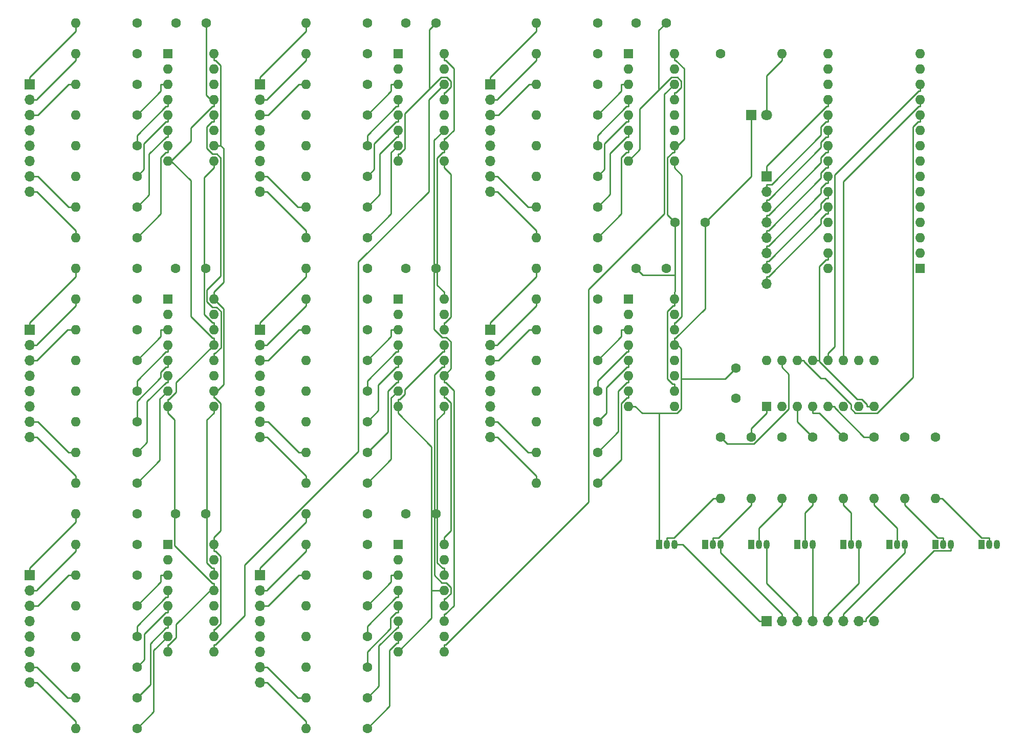
<source format=gbr>
%TF.GenerationSoftware,KiCad,Pcbnew,7.0.2*%
%TF.CreationDate,2023-07-19T14:15:56-05:00*%
%TF.ProjectId,cube,63756265-2e6b-4696-9361-645f70636258,rev?*%
%TF.SameCoordinates,Original*%
%TF.FileFunction,Copper,L2,Bot*%
%TF.FilePolarity,Positive*%
%FSLAX46Y46*%
G04 Gerber Fmt 4.6, Leading zero omitted, Abs format (unit mm)*
G04 Created by KiCad (PCBNEW 7.0.2) date 2023-07-19 14:15:56*
%MOMM*%
%LPD*%
G01*
G04 APERTURE LIST*
%TA.AperFunction,ComponentPad*%
%ADD10C,1.600000*%
%TD*%
%TA.AperFunction,ComponentPad*%
%ADD11R,1.050000X1.500000*%
%TD*%
%TA.AperFunction,ComponentPad*%
%ADD12O,1.050000X1.500000*%
%TD*%
%TA.AperFunction,ComponentPad*%
%ADD13O,1.600000X1.600000*%
%TD*%
%TA.AperFunction,ComponentPad*%
%ADD14R,1.700000X1.700000*%
%TD*%
%TA.AperFunction,ComponentPad*%
%ADD15O,1.700000X1.700000*%
%TD*%
%TA.AperFunction,ComponentPad*%
%ADD16R,1.600000X1.600000*%
%TD*%
%TA.AperFunction,ComponentPad*%
%ADD17R,1.800000X1.800000*%
%TD*%
%TA.AperFunction,ComponentPad*%
%ADD18C,1.800000*%
%TD*%
%TA.AperFunction,Conductor*%
%ADD19C,0.250000*%
%TD*%
G04 APERTURE END LIST*
D10*
%TO.P,C10,2*%
%TO.N,GND*%
X54610000Y-27940000D03*
%TO.P,C10,1*%
%TO.N,+5V*%
X49610000Y-27940000D03*
%TD*%
%TO.P,C9,1*%
%TO.N,+5V*%
X142240000Y-90130000D03*
%TO.P,C9,2*%
%TO.N,GND*%
X142240000Y-85130000D03*
%TD*%
%TO.P,C8,1*%
%TO.N,+5V*%
X125770000Y-68580000D03*
%TO.P,C8,2*%
%TO.N,GND*%
X130770000Y-68580000D03*
%TD*%
%TO.P,C7,1*%
%TO.N,+5V*%
X125770000Y-27940000D03*
%TO.P,C7,2*%
%TO.N,GND*%
X130770000Y-27940000D03*
%TD*%
%TO.P,C6,1*%
%TO.N,+5V*%
X87670000Y-109220000D03*
%TO.P,C6,2*%
%TO.N,GND*%
X92670000Y-109220000D03*
%TD*%
%TO.P,C5,1*%
%TO.N,+5V*%
X49570000Y-109220000D03*
%TO.P,C5,2*%
%TO.N,GND*%
X54570000Y-109220000D03*
%TD*%
%TO.P,C4,1*%
%TO.N,+5V*%
X87670000Y-68580000D03*
%TO.P,C4,2*%
%TO.N,GND*%
X92670000Y-68580000D03*
%TD*%
%TO.P,C3,1*%
%TO.N,+5V*%
X49570000Y-68580000D03*
%TO.P,C3,2*%
%TO.N,GND*%
X54570000Y-68580000D03*
%TD*%
%TO.P,C2,2*%
%TO.N,GND*%
X92670000Y-27940000D03*
%TO.P,C2,1*%
%TO.N,+5V*%
X87670000Y-27940000D03*
%TD*%
D11*
%TO.P,Q1,1,E*%
%TO.N,GND*%
X129540000Y-114300000D03*
D12*
%TO.P,Q1,2,B*%
%TO.N,Net-(Q1-B)*%
X130810000Y-114300000D03*
%TO.P,Q1,3,C*%
%TO.N,R0*%
X132080000Y-114300000D03*
%TD*%
D10*
%TO.P,R13,1*%
%TO.N,Net-(U2-QE)*%
X43180000Y-88900000D03*
D13*
%TO.P,R13,2*%
%TO.N,Net-(J2-Pin_5)*%
X33020000Y-88900000D03*
%TD*%
D10*
%TO.P,R31,1*%
%TO.N,Net-(U4-QG)*%
X81280000Y-58420000D03*
D13*
%TO.P,R31,2*%
%TO.N,Net-(J4-Pin_7)*%
X71120000Y-58420000D03*
%TD*%
D10*
%TO.P,R4,1*%
%TO.N,Net-(U1-QD)*%
X43180000Y-43180000D03*
D13*
%TO.P,R4,2*%
%TO.N,Net-(J1-Pin_4)*%
X33020000Y-43180000D03*
%TD*%
D10*
%TO.P,R6,1*%
%TO.N,Net-(U1-QF)*%
X43180000Y-53340000D03*
D13*
%TO.P,R6,2*%
%TO.N,Net-(J1-Pin_6)*%
X33020000Y-53340000D03*
%TD*%
D10*
%TO.P,R20,1*%
%TO.N,Net-(U3-QD)*%
X43180000Y-124460000D03*
D13*
%TO.P,R20,2*%
%TO.N,Net-(J3-Pin_4)*%
X33020000Y-124460000D03*
%TD*%
D10*
%TO.P,R51,1*%
%TO.N,Net-(U7-QC)*%
X119380000Y-38100000D03*
D13*
%TO.P,R51,2*%
%TO.N,Net-(J7-Pin_3)*%
X109220000Y-38100000D03*
%TD*%
D10*
%TO.P,R1,1*%
%TO.N,Net-(U1-QA)*%
X43180000Y-27940000D03*
D13*
%TO.P,R1,2*%
%TO.N,Net-(J1-Pin_1)*%
X33020000Y-27940000D03*
%TD*%
D10*
%TO.P,R48,1*%
%TO.N,Net-(U6-QH)*%
X81280000Y-144780000D03*
D13*
%TO.P,R48,2*%
%TO.N,Net-(J6-Pin_8)*%
X71120000Y-144780000D03*
%TD*%
D14*
%TO.P,J7,1,Pin_1*%
%TO.N,Net-(J7-Pin_1)*%
X101600000Y-38100000D03*
D15*
%TO.P,J7,2,Pin_2*%
%TO.N,Net-(J7-Pin_2)*%
X101600000Y-40640000D03*
%TO.P,J7,3,Pin_3*%
%TO.N,Net-(J7-Pin_3)*%
X101600000Y-43180000D03*
%TO.P,J7,4,Pin_4*%
%TO.N,Net-(J7-Pin_4)*%
X101600000Y-45720000D03*
%TO.P,J7,5,Pin_5*%
%TO.N,Net-(J7-Pin_5)*%
X101600000Y-48260000D03*
%TO.P,J7,6,Pin_6*%
%TO.N,Net-(J7-Pin_6)*%
X101600000Y-50800000D03*
%TO.P,J7,7,Pin_7*%
%TO.N,Net-(J7-Pin_7)*%
X101600000Y-53340000D03*
%TO.P,J7,8,Pin_8*%
%TO.N,Net-(J7-Pin_8)*%
X101600000Y-55880000D03*
%TD*%
D10*
%TO.P,R65,1*%
%TO.N,+5V*%
X139700000Y-33020000D03*
D13*
%TO.P,R65,2*%
%TO.N,Net-(D1-A)*%
X149860000Y-33020000D03*
%TD*%
D14*
%TO.P,J1,1,Pin_1*%
%TO.N,Net-(J1-Pin_1)*%
X25400000Y-38100000D03*
D15*
%TO.P,J1,2,Pin_2*%
%TO.N,Net-(J1-Pin_2)*%
X25400000Y-40640000D03*
%TO.P,J1,3,Pin_3*%
%TO.N,Net-(J1-Pin_3)*%
X25400000Y-43180000D03*
%TO.P,J1,4,Pin_4*%
%TO.N,Net-(J1-Pin_4)*%
X25400000Y-45720000D03*
%TO.P,J1,5,Pin_5*%
%TO.N,Net-(J1-Pin_5)*%
X25400000Y-48260000D03*
%TO.P,J1,6,Pin_6*%
%TO.N,Net-(J1-Pin_6)*%
X25400000Y-50800000D03*
%TO.P,J1,7,Pin_7*%
%TO.N,Net-(J1-Pin_7)*%
X25400000Y-53340000D03*
%TO.P,J1,8,Pin_8*%
%TO.N,Net-(J1-Pin_8)*%
X25400000Y-55880000D03*
%TD*%
D10*
%TO.P,R26,1*%
%TO.N,Net-(U4-QB)*%
X81280000Y-33020000D03*
D13*
%TO.P,R26,2*%
%TO.N,Net-(J4-Pin_2)*%
X71120000Y-33020000D03*
%TD*%
D10*
%TO.P,R56,1*%
%TO.N,Net-(U7-QH)*%
X119380000Y-63500000D03*
D13*
%TO.P,R56,2*%
%TO.N,Net-(J7-Pin_8)*%
X109220000Y-63500000D03*
%TD*%
D11*
%TO.P,Q3,1,E*%
%TO.N,GND*%
X144780000Y-114300000D03*
D12*
%TO.P,Q3,2,B*%
%TO.N,Net-(Q3-B)*%
X146050000Y-114300000D03*
%TO.P,Q3,3,C*%
%TO.N,R2*%
X147320000Y-114300000D03*
%TD*%
D10*
%TO.P,R24,1*%
%TO.N,Net-(U3-QH)*%
X43180000Y-144780000D03*
D13*
%TO.P,R24,2*%
%TO.N,Net-(J3-Pin_8)*%
X33020000Y-144780000D03*
%TD*%
D10*
%TO.P,R25,1*%
%TO.N,Net-(U4-QA)*%
X81280000Y-27940000D03*
D13*
%TO.P,R25,2*%
%TO.N,Net-(J4-Pin_1)*%
X71120000Y-27940000D03*
%TD*%
D10*
%TO.P,R9,1*%
%TO.N,Net-(U2-QA)*%
X43180000Y-68580000D03*
D13*
%TO.P,R9,2*%
%TO.N,Net-(J2-Pin_1)*%
X33020000Y-68580000D03*
%TD*%
D10*
%TO.P,R68,1*%
%TO.N,Net-(U9-QA)*%
X139700000Y-96520000D03*
D13*
%TO.P,R68,2*%
%TO.N,Net-(Q1-B)*%
X139700000Y-106680000D03*
%TD*%
D10*
%TO.P,R54,1*%
%TO.N,Net-(U7-QF)*%
X119380000Y-53340000D03*
D13*
%TO.P,R54,2*%
%TO.N,Net-(J7-Pin_6)*%
X109220000Y-53340000D03*
%TD*%
D10*
%TO.P,R71,1*%
%TO.N,Net-(U9-QD)*%
X154940000Y-96520000D03*
D13*
%TO.P,R71,2*%
%TO.N,Net-(Q4-B)*%
X154940000Y-106680000D03*
%TD*%
D10*
%TO.P,R12,1*%
%TO.N,Net-(U2-QD)*%
X43180000Y-83820000D03*
D13*
%TO.P,R12,2*%
%TO.N,Net-(J2-Pin_4)*%
X33020000Y-83820000D03*
%TD*%
D10*
%TO.P,R42,1*%
%TO.N,Net-(U6-QB)*%
X81280000Y-114300000D03*
D13*
%TO.P,R42,2*%
%TO.N,Net-(J6-Pin_2)*%
X71120000Y-114300000D03*
%TD*%
D11*
%TO.P,Q2,1,E*%
%TO.N,GND*%
X137160000Y-114300000D03*
D12*
%TO.P,Q2,2,B*%
%TO.N,Net-(Q2-B)*%
X138430000Y-114300000D03*
%TO.P,Q2,3,C*%
%TO.N,R1*%
X139700000Y-114300000D03*
%TD*%
D10*
%TO.P,R30,1*%
%TO.N,Net-(U4-QF)*%
X81280000Y-53340000D03*
D13*
%TO.P,R30,2*%
%TO.N,Net-(J4-Pin_6)*%
X71120000Y-53340000D03*
%TD*%
D11*
%TO.P,Q5,1,E*%
%TO.N,GND*%
X160020000Y-114300000D03*
D12*
%TO.P,Q5,2,B*%
%TO.N,Net-(Q5-B)*%
X161290000Y-114300000D03*
%TO.P,Q5,3,C*%
%TO.N,R4*%
X162560000Y-114300000D03*
%TD*%
D10*
%TO.P,R72,1*%
%TO.N,Net-(U9-QF)*%
X165100000Y-96520000D03*
D13*
%TO.P,R72,2*%
%TO.N,Net-(Q6-B)*%
X165100000Y-106680000D03*
%TD*%
D10*
%TO.P,R47,1*%
%TO.N,Net-(U6-QG)*%
X81280000Y-139700000D03*
D13*
%TO.P,R47,2*%
%TO.N,Net-(J6-Pin_7)*%
X71120000Y-139700000D03*
%TD*%
D10*
%TO.P,R64,1*%
%TO.N,Net-(U8-QH)*%
X119380000Y-104140000D03*
D13*
%TO.P,R64,2*%
%TO.N,Net-(J8-Pin_8)*%
X109220000Y-104140000D03*
%TD*%
D10*
%TO.P,R11,1*%
%TO.N,Net-(U2-QC)*%
X43180000Y-78740000D03*
D13*
%TO.P,R11,2*%
%TO.N,Net-(J2-Pin_3)*%
X33020000Y-78740000D03*
%TD*%
D10*
%TO.P,R55,1*%
%TO.N,Net-(U7-QG)*%
X119380000Y-58420000D03*
D13*
%TO.P,R55,2*%
%TO.N,Net-(J7-Pin_7)*%
X109220000Y-58420000D03*
%TD*%
D14*
%TO.P,J9,1,Pin_1*%
%TO.N,Net-(A1-A0)*%
X147320000Y-53340000D03*
D15*
%TO.P,J9,2,Pin_2*%
%TO.N,Net-(A1-A1)*%
X147320000Y-55880000D03*
%TO.P,J9,3,Pin_3*%
%TO.N,Net-(A1-A2)*%
X147320000Y-58420000D03*
%TO.P,J9,4,Pin_4*%
%TO.N,Net-(A1-A3)*%
X147320000Y-60960000D03*
%TO.P,J9,5,Pin_5*%
%TO.N,Net-(A1-SDA{slash}A4)*%
X147320000Y-63500000D03*
%TO.P,J9,6,Pin_6*%
%TO.N,Net-(A1-SCL{slash}A5)*%
X147320000Y-66040000D03*
%TO.P,J9,7,Pin_7*%
%TO.N,Net-(A1-A6)*%
X147320000Y-68580000D03*
%TO.P,J9,8,Pin_8*%
%TO.N,Net-(A1-A7)*%
X147320000Y-71120000D03*
%TD*%
D10*
%TO.P,R66,1*%
%TO.N,Net-(U9-QH)*%
X175260000Y-96520000D03*
D13*
%TO.P,R66,2*%
%TO.N,Net-(Q8-B)*%
X175260000Y-106680000D03*
%TD*%
D11*
%TO.P,Q6,1,E*%
%TO.N,GND*%
X167640000Y-114300000D03*
D12*
%TO.P,Q6,2,B*%
%TO.N,Net-(Q6-B)*%
X168910000Y-114300000D03*
%TO.P,Q6,3,C*%
%TO.N,R5*%
X170180000Y-114300000D03*
%TD*%
D16*
%TO.P,U3,1,QB*%
%TO.N,Net-(U3-QB)*%
X48260000Y-114300000D03*
D13*
%TO.P,U3,2,QC*%
%TO.N,Net-(U3-QC)*%
X48260000Y-116840000D03*
%TO.P,U3,3,QD*%
%TO.N,Net-(U3-QD)*%
X48260000Y-119380000D03*
%TO.P,U3,4,QE*%
%TO.N,Net-(U3-QE)*%
X48260000Y-121920000D03*
%TO.P,U3,5,QF*%
%TO.N,Net-(U3-QF)*%
X48260000Y-124460000D03*
%TO.P,U3,6,QG*%
%TO.N,Net-(U3-QG)*%
X48260000Y-127000000D03*
%TO.P,U3,7,QH*%
%TO.N,Net-(U3-QH)*%
X48260000Y-129540000D03*
%TO.P,U3,8,GND*%
%TO.N,GND*%
X48260000Y-132080000D03*
%TO.P,U3,9,QH'*%
%TO.N,Net-(U3-QH')*%
X55880000Y-132080000D03*
%TO.P,U3,10,~{SRCLR}*%
%TO.N,+5V*%
X55880000Y-129540000D03*
%TO.P,U3,11,SRCLK*%
%TO.N,CLK*%
X55880000Y-127000000D03*
%TO.P,U3,12,RCLK*%
%TO.N,LATCH*%
X55880000Y-124460000D03*
%TO.P,U3,13,~{OE}*%
%TO.N,GND*%
X55880000Y-121920000D03*
%TO.P,U3,14,SER*%
%TO.N,Net-(U2-QH')*%
X55880000Y-119380000D03*
%TO.P,U3,15,QA*%
%TO.N,Net-(U3-QA)*%
X55880000Y-116840000D03*
%TO.P,U3,16,VCC*%
%TO.N,+5V*%
X55880000Y-114300000D03*
%TD*%
D10*
%TO.P,R40,1*%
%TO.N,Net-(U5-QH)*%
X81280000Y-104140000D03*
D13*
%TO.P,R40,2*%
%TO.N,Net-(J5-Pin_8)*%
X71120000Y-104140000D03*
%TD*%
D10*
%TO.P,R49,1*%
%TO.N,Net-(U7-QA)*%
X119380000Y-27940000D03*
D13*
%TO.P,R49,2*%
%TO.N,Net-(J7-Pin_1)*%
X109220000Y-27940000D03*
%TD*%
D10*
%TO.P,R46,1*%
%TO.N,Net-(U6-QF)*%
X81280000Y-134620000D03*
D13*
%TO.P,R46,2*%
%TO.N,Net-(J6-Pin_6)*%
X71120000Y-134620000D03*
%TD*%
D10*
%TO.P,R2,1*%
%TO.N,Net-(U1-QB)*%
X43180000Y-33020000D03*
D13*
%TO.P,R2,2*%
%TO.N,Net-(J1-Pin_2)*%
X33020000Y-33020000D03*
%TD*%
D10*
%TO.P,R50,1*%
%TO.N,Net-(U7-QB)*%
X119380000Y-33020000D03*
D13*
%TO.P,R50,2*%
%TO.N,Net-(J7-Pin_2)*%
X109220000Y-33020000D03*
%TD*%
D10*
%TO.P,R23,1*%
%TO.N,Net-(U3-QG)*%
X43180000Y-139700000D03*
D13*
%TO.P,R23,2*%
%TO.N,Net-(J3-Pin_7)*%
X33020000Y-139700000D03*
%TD*%
D10*
%TO.P,R5,1*%
%TO.N,Net-(U1-QE)*%
X43180000Y-48260000D03*
D13*
%TO.P,R5,2*%
%TO.N,Net-(J1-Pin_5)*%
X33020000Y-48260000D03*
%TD*%
D14*
%TO.P,J4,1,Pin_1*%
%TO.N,Net-(J4-Pin_1)*%
X63500000Y-38100000D03*
D15*
%TO.P,J4,2,Pin_2*%
%TO.N,Net-(J4-Pin_2)*%
X63500000Y-40640000D03*
%TO.P,J4,3,Pin_3*%
%TO.N,Net-(J4-Pin_3)*%
X63500000Y-43180000D03*
%TO.P,J4,4,Pin_4*%
%TO.N,Net-(J4-Pin_4)*%
X63500000Y-45720000D03*
%TO.P,J4,5,Pin_5*%
%TO.N,Net-(J4-Pin_5)*%
X63500000Y-48260000D03*
%TO.P,J4,6,Pin_6*%
%TO.N,Net-(J4-Pin_6)*%
X63500000Y-50800000D03*
%TO.P,J4,7,Pin_7*%
%TO.N,Net-(J4-Pin_7)*%
X63500000Y-53340000D03*
%TO.P,J4,8,Pin_8*%
%TO.N,Net-(J4-Pin_8)*%
X63500000Y-55880000D03*
%TD*%
D14*
%TO.P,J2,1,Pin_1*%
%TO.N,Net-(J2-Pin_1)*%
X25400000Y-78740000D03*
D15*
%TO.P,J2,2,Pin_2*%
%TO.N,Net-(J2-Pin_2)*%
X25400000Y-81280000D03*
%TO.P,J2,3,Pin_3*%
%TO.N,Net-(J2-Pin_3)*%
X25400000Y-83820000D03*
%TO.P,J2,4,Pin_4*%
%TO.N,Net-(J2-Pin_4)*%
X25400000Y-86360000D03*
%TO.P,J2,5,Pin_5*%
%TO.N,Net-(J2-Pin_5)*%
X25400000Y-88900000D03*
%TO.P,J2,6,Pin_6*%
%TO.N,Net-(J2-Pin_6)*%
X25400000Y-91440000D03*
%TO.P,J2,7,Pin_7*%
%TO.N,Net-(J2-Pin_7)*%
X25400000Y-93980000D03*
%TO.P,J2,8,Pin_8*%
%TO.N,Net-(J2-Pin_8)*%
X25400000Y-96520000D03*
%TD*%
D10*
%TO.P,R36,1*%
%TO.N,Net-(U5-QD)*%
X81280000Y-83820000D03*
D13*
%TO.P,R36,2*%
%TO.N,Net-(J5-Pin_4)*%
X71120000Y-83820000D03*
%TD*%
D10*
%TO.P,R44,1*%
%TO.N,Net-(U6-QD)*%
X81280000Y-124460000D03*
D13*
%TO.P,R44,2*%
%TO.N,Net-(J6-Pin_4)*%
X71120000Y-124460000D03*
%TD*%
D10*
%TO.P,R3,1*%
%TO.N,Net-(U1-QC)*%
X43180000Y-38100000D03*
D13*
%TO.P,R3,2*%
%TO.N,Net-(J1-Pin_3)*%
X33020000Y-38100000D03*
%TD*%
D10*
%TO.P,R19,1*%
%TO.N,Net-(U3-QC)*%
X43180000Y-119380000D03*
D13*
%TO.P,R19,2*%
%TO.N,Net-(J3-Pin_3)*%
X33020000Y-119380000D03*
%TD*%
D16*
%TO.P,U6,1,QB*%
%TO.N,Net-(U6-QB)*%
X86360000Y-114300000D03*
D13*
%TO.P,U6,2,QC*%
%TO.N,Net-(U6-QC)*%
X86360000Y-116840000D03*
%TO.P,U6,3,QD*%
%TO.N,Net-(U6-QD)*%
X86360000Y-119380000D03*
%TO.P,U6,4,QE*%
%TO.N,Net-(U6-QE)*%
X86360000Y-121920000D03*
%TO.P,U6,5,QF*%
%TO.N,Net-(U6-QF)*%
X86360000Y-124460000D03*
%TO.P,U6,6,QG*%
%TO.N,Net-(U6-QG)*%
X86360000Y-127000000D03*
%TO.P,U6,7,QH*%
%TO.N,Net-(U6-QH)*%
X86360000Y-129540000D03*
%TO.P,U6,8,GND*%
%TO.N,GND*%
X86360000Y-132080000D03*
%TO.P,U6,9,QH'*%
%TO.N,Net-(U6-QH')*%
X93980000Y-132080000D03*
%TO.P,U6,10,~{SRCLR}*%
%TO.N,+5V*%
X93980000Y-129540000D03*
%TO.P,U6,11,SRCLK*%
%TO.N,CLK*%
X93980000Y-127000000D03*
%TO.P,U6,12,RCLK*%
%TO.N,LATCH*%
X93980000Y-124460000D03*
%TO.P,U6,13,~{OE}*%
%TO.N,GND*%
X93980000Y-121920000D03*
%TO.P,U6,14,SER*%
%TO.N,Net-(U5-QH')*%
X93980000Y-119380000D03*
%TO.P,U6,15,QA*%
%TO.N,Net-(U6-QA)*%
X93980000Y-116840000D03*
%TO.P,U6,16,VCC*%
%TO.N,+5V*%
X93980000Y-114300000D03*
%TD*%
D10*
%TO.P,R39,1*%
%TO.N,Net-(U5-QG)*%
X81280000Y-99060000D03*
D13*
%TO.P,R39,2*%
%TO.N,Net-(J5-Pin_7)*%
X71120000Y-99060000D03*
%TD*%
D10*
%TO.P,R43,1*%
%TO.N,Net-(U6-QC)*%
X81280000Y-119380000D03*
D13*
%TO.P,R43,2*%
%TO.N,Net-(J6-Pin_3)*%
X71120000Y-119380000D03*
%TD*%
D10*
%TO.P,R27,1*%
%TO.N,Net-(U4-QC)*%
X81280000Y-38100000D03*
D13*
%TO.P,R27,2*%
%TO.N,Net-(J4-Pin_3)*%
X71120000Y-38100000D03*
%TD*%
D10*
%TO.P,R7,1*%
%TO.N,Net-(U1-QG)*%
X43180000Y-58420000D03*
D13*
%TO.P,R7,2*%
%TO.N,Net-(J1-Pin_7)*%
X33020000Y-58420000D03*
%TD*%
D16*
%TO.P,U1,1,QB*%
%TO.N,Net-(U1-QB)*%
X48260000Y-33020000D03*
D13*
%TO.P,U1,2,QC*%
%TO.N,Net-(U1-QC)*%
X48260000Y-35560000D03*
%TO.P,U1,3,QD*%
%TO.N,Net-(U1-QD)*%
X48260000Y-38100000D03*
%TO.P,U1,4,QE*%
%TO.N,Net-(U1-QE)*%
X48260000Y-40640000D03*
%TO.P,U1,5,QF*%
%TO.N,Net-(U1-QF)*%
X48260000Y-43180000D03*
%TO.P,U1,6,QG*%
%TO.N,Net-(U1-QG)*%
X48260000Y-45720000D03*
%TO.P,U1,7,QH*%
%TO.N,Net-(U1-QH)*%
X48260000Y-48260000D03*
%TO.P,U1,8,GND*%
%TO.N,GND*%
X48260000Y-50800000D03*
%TO.P,U1,9,QH'*%
%TO.N,Net-(U1-QH')*%
X55880000Y-50800000D03*
%TO.P,U1,10,~{SRCLR}*%
%TO.N,+5V*%
X55880000Y-48260000D03*
%TO.P,U1,11,SRCLK*%
%TO.N,CLK*%
X55880000Y-45720000D03*
%TO.P,U1,12,RCLK*%
%TO.N,LATCH*%
X55880000Y-43180000D03*
%TO.P,U1,13,~{OE}*%
%TO.N,GND*%
X55880000Y-40640000D03*
%TO.P,U1,14,SER*%
%TO.N,DATA*%
X55880000Y-38100000D03*
%TO.P,U1,15,QA*%
%TO.N,Net-(U1-QA)*%
X55880000Y-35560000D03*
%TO.P,U1,16,VCC*%
%TO.N,+5V*%
X55880000Y-33020000D03*
%TD*%
D10*
%TO.P,R16,1*%
%TO.N,Net-(U2-QH)*%
X43180000Y-104140000D03*
D13*
%TO.P,R16,2*%
%TO.N,Net-(J2-Pin_8)*%
X33020000Y-104140000D03*
%TD*%
D10*
%TO.P,R34,1*%
%TO.N,Net-(U5-QB)*%
X81280000Y-73660000D03*
D13*
%TO.P,R34,2*%
%TO.N,Net-(J5-Pin_2)*%
X71120000Y-73660000D03*
%TD*%
D14*
%TO.P,J10,1,Pin_1*%
%TO.N,R0*%
X147320000Y-127000000D03*
D15*
%TO.P,J10,2,Pin_2*%
%TO.N,R1*%
X149860000Y-127000000D03*
%TO.P,J10,3,Pin_3*%
%TO.N,R2*%
X152400000Y-127000000D03*
%TO.P,J10,4,Pin_4*%
%TO.N,R3*%
X154940000Y-127000000D03*
%TO.P,J10,5,Pin_5*%
%TO.N,R4*%
X157480000Y-127000000D03*
%TO.P,J10,6,Pin_6*%
%TO.N,R5*%
X160020000Y-127000000D03*
%TO.P,J10,7,Pin_7*%
%TO.N,R6*%
X162560000Y-127000000D03*
%TO.P,J10,8,Pin_8*%
%TO.N,R7*%
X165100000Y-127000000D03*
%TD*%
D10*
%TO.P,R8,1*%
%TO.N,Net-(U1-QH)*%
X43180000Y-63500000D03*
D13*
%TO.P,R8,2*%
%TO.N,Net-(J1-Pin_8)*%
X33020000Y-63500000D03*
%TD*%
D10*
%TO.P,R70,1*%
%TO.N,Net-(U9-QC)*%
X149860000Y-96520000D03*
D13*
%TO.P,R70,2*%
%TO.N,Net-(Q3-B)*%
X149860000Y-106680000D03*
%TD*%
D10*
%TO.P,R15,1*%
%TO.N,Net-(U2-QG)*%
X43180000Y-99060000D03*
D13*
%TO.P,R15,2*%
%TO.N,Net-(J2-Pin_7)*%
X33020000Y-99060000D03*
%TD*%
D11*
%TO.P,Q4,1,E*%
%TO.N,GND*%
X152400000Y-114300000D03*
D12*
%TO.P,Q4,2,B*%
%TO.N,Net-(Q4-B)*%
X153670000Y-114300000D03*
%TO.P,Q4,3,C*%
%TO.N,R3*%
X154940000Y-114300000D03*
%TD*%
D16*
%TO.P,U7,1,QB*%
%TO.N,Net-(U7-QB)*%
X124460000Y-33020000D03*
D13*
%TO.P,U7,2,QC*%
%TO.N,Net-(U7-QC)*%
X124460000Y-35560000D03*
%TO.P,U7,3,QD*%
%TO.N,Net-(U7-QD)*%
X124460000Y-38100000D03*
%TO.P,U7,4,QE*%
%TO.N,Net-(U7-QE)*%
X124460000Y-40640000D03*
%TO.P,U7,5,QF*%
%TO.N,Net-(U7-QF)*%
X124460000Y-43180000D03*
%TO.P,U7,6,QG*%
%TO.N,Net-(U7-QG)*%
X124460000Y-45720000D03*
%TO.P,U7,7,QH*%
%TO.N,Net-(U7-QH)*%
X124460000Y-48260000D03*
%TO.P,U7,8,GND*%
%TO.N,GND*%
X124460000Y-50800000D03*
%TO.P,U7,9,QH'*%
%TO.N,Net-(U7-QH')*%
X132080000Y-50800000D03*
%TO.P,U7,10,~{SRCLR}*%
%TO.N,+5V*%
X132080000Y-48260000D03*
%TO.P,U7,11,SRCLK*%
%TO.N,CLK*%
X132080000Y-45720000D03*
%TO.P,U7,12,RCLK*%
%TO.N,LATCH*%
X132080000Y-43180000D03*
%TO.P,U7,13,~{OE}*%
%TO.N,GND*%
X132080000Y-40640000D03*
%TO.P,U7,14,SER*%
%TO.N,Net-(U6-QH')*%
X132080000Y-38100000D03*
%TO.P,U7,15,QA*%
%TO.N,Net-(U7-QA)*%
X132080000Y-35560000D03*
%TO.P,U7,16,VCC*%
%TO.N,+5V*%
X132080000Y-33020000D03*
%TD*%
D10*
%TO.P,R38,1*%
%TO.N,Net-(U5-QF)*%
X81280000Y-93980000D03*
D13*
%TO.P,R38,2*%
%TO.N,Net-(J5-Pin_6)*%
X71120000Y-93980000D03*
%TD*%
D10*
%TO.P,R53,1*%
%TO.N,Net-(U7-QE)*%
X119380000Y-48260000D03*
D13*
%TO.P,R53,2*%
%TO.N,Net-(J7-Pin_5)*%
X109220000Y-48260000D03*
%TD*%
D16*
%TO.P,U2,1,QB*%
%TO.N,Net-(U2-QB)*%
X48260000Y-73660000D03*
D13*
%TO.P,U2,2,QC*%
%TO.N,Net-(U2-QC)*%
X48260000Y-76200000D03*
%TO.P,U2,3,QD*%
%TO.N,Net-(U2-QD)*%
X48260000Y-78740000D03*
%TO.P,U2,4,QE*%
%TO.N,Net-(U2-QE)*%
X48260000Y-81280000D03*
%TO.P,U2,5,QF*%
%TO.N,Net-(U2-QF)*%
X48260000Y-83820000D03*
%TO.P,U2,6,QG*%
%TO.N,Net-(U2-QG)*%
X48260000Y-86360000D03*
%TO.P,U2,7,QH*%
%TO.N,Net-(U2-QH)*%
X48260000Y-88900000D03*
%TO.P,U2,8,GND*%
%TO.N,GND*%
X48260000Y-91440000D03*
%TO.P,U2,9,QH'*%
%TO.N,Net-(U2-QH')*%
X55880000Y-91440000D03*
%TO.P,U2,10,~{SRCLR}*%
%TO.N,+5V*%
X55880000Y-88900000D03*
%TO.P,U2,11,SRCLK*%
%TO.N,CLK*%
X55880000Y-86360000D03*
%TO.P,U2,12,RCLK*%
%TO.N,LATCH*%
X55880000Y-83820000D03*
%TO.P,U2,13,~{OE}*%
%TO.N,GND*%
X55880000Y-81280000D03*
%TO.P,U2,14,SER*%
%TO.N,Net-(U1-QH')*%
X55880000Y-78740000D03*
%TO.P,U2,15,QA*%
%TO.N,Net-(U2-QA)*%
X55880000Y-76200000D03*
%TO.P,U2,16,VCC*%
%TO.N,+5V*%
X55880000Y-73660000D03*
%TD*%
D10*
%TO.P,R61,1*%
%TO.N,Net-(U8-QE)*%
X119380000Y-88900000D03*
D13*
%TO.P,R61,2*%
%TO.N,Net-(J8-Pin_5)*%
X109220000Y-88900000D03*
%TD*%
D10*
%TO.P,R58,1*%
%TO.N,Net-(U8-QB)*%
X119380000Y-73660000D03*
D13*
%TO.P,R58,2*%
%TO.N,Net-(J8-Pin_2)*%
X109220000Y-73660000D03*
%TD*%
D14*
%TO.P,J6,1,Pin_1*%
%TO.N,Net-(J6-Pin_1)*%
X63500000Y-119380000D03*
D15*
%TO.P,J6,2,Pin_2*%
%TO.N,Net-(J6-Pin_2)*%
X63500000Y-121920000D03*
%TO.P,J6,3,Pin_3*%
%TO.N,Net-(J6-Pin_3)*%
X63500000Y-124460000D03*
%TO.P,J6,4,Pin_4*%
%TO.N,Net-(J6-Pin_4)*%
X63500000Y-127000000D03*
%TO.P,J6,5,Pin_5*%
%TO.N,Net-(J6-Pin_5)*%
X63500000Y-129540000D03*
%TO.P,J6,6,Pin_6*%
%TO.N,Net-(J6-Pin_6)*%
X63500000Y-132080000D03*
%TO.P,J6,7,Pin_7*%
%TO.N,Net-(J6-Pin_7)*%
X63500000Y-134620000D03*
%TO.P,J6,8,Pin_8*%
%TO.N,Net-(J6-Pin_8)*%
X63500000Y-137160000D03*
%TD*%
D10*
%TO.P,R73,1*%
%TO.N,Net-(U9-QE)*%
X160020000Y-96520000D03*
D13*
%TO.P,R73,2*%
%TO.N,Net-(Q5-B)*%
X160020000Y-106680000D03*
%TD*%
D10*
%TO.P,R45,1*%
%TO.N,Net-(U6-QE)*%
X81280000Y-129540000D03*
D13*
%TO.P,R45,2*%
%TO.N,Net-(J6-Pin_5)*%
X71120000Y-129540000D03*
%TD*%
D10*
%TO.P,R59,1*%
%TO.N,Net-(U8-QC)*%
X119380000Y-78740000D03*
D13*
%TO.P,R59,2*%
%TO.N,Net-(J8-Pin_3)*%
X109220000Y-78740000D03*
%TD*%
D16*
%TO.P,A1,1,TX1*%
%TO.N,unconnected-(A1-TX1-Pad1)*%
X172720000Y-68580000D03*
D13*
%TO.P,A1,2,RX1*%
%TO.N,unconnected-(A1-RX1-Pad2)*%
X172720000Y-66040000D03*
%TO.P,A1,3,~{RESET}*%
%TO.N,unconnected-(A1-~{RESET}-Pad3)*%
X172720000Y-63500000D03*
%TO.P,A1,4,GND*%
%TO.N,GND*%
X172720000Y-60960000D03*
%TO.P,A1,5,D2*%
%TO.N,unconnected-(A1-D2-Pad5)*%
X172720000Y-58420000D03*
%TO.P,A1,6,D3*%
%TO.N,unconnected-(A1-D3-Pad6)*%
X172720000Y-55880000D03*
%TO.P,A1,7,D4*%
%TO.N,DATA*%
X172720000Y-53340000D03*
%TO.P,A1,8,D5*%
%TO.N,CLK*%
X172720000Y-50800000D03*
%TO.P,A1,9,D6*%
%TO.N,LATCH*%
X172720000Y-48260000D03*
%TO.P,A1,10,D7*%
%TO.N,unconnected-(A1-D7-Pad10)*%
X172720000Y-45720000D03*
%TO.P,A1,11,D8*%
%TO.N,LAYER_DATA*%
X172720000Y-43180000D03*
%TO.P,A1,12,D9*%
%TO.N,LAYER_CLK*%
X172720000Y-40640000D03*
%TO.P,A1,13,D10*%
%TO.N,LAYER_LATCH*%
X172720000Y-38100000D03*
%TO.P,A1,14,MOSI*%
%TO.N,unconnected-(A1-MOSI-Pad14)*%
X172720000Y-35560000D03*
%TO.P,A1,15,MISO*%
%TO.N,unconnected-(A1-MISO-Pad15)*%
X172720000Y-33020000D03*
%TO.P,A1,16,SCK*%
%TO.N,unconnected-(A1-SCK-Pad16)*%
X157480000Y-33020000D03*
%TO.P,A1,17,3V3*%
%TO.N,unconnected-(A1-3V3-Pad17)*%
X157480000Y-35560000D03*
%TO.P,A1,18,AREF*%
%TO.N,unconnected-(A1-AREF-Pad18)*%
X157480000Y-38100000D03*
%TO.P,A1,19,A0*%
%TO.N,Net-(A1-A0)*%
X157480000Y-40640000D03*
%TO.P,A1,20,A1*%
%TO.N,Net-(A1-A1)*%
X157480000Y-43180000D03*
%TO.P,A1,21,A2*%
%TO.N,Net-(A1-A2)*%
X157480000Y-45720000D03*
%TO.P,A1,22,A3*%
%TO.N,Net-(A1-A3)*%
X157480000Y-48260000D03*
%TO.P,A1,23,SDA/A4*%
%TO.N,Net-(A1-SDA{slash}A4)*%
X157480000Y-50800000D03*
%TO.P,A1,24,SCL/A5*%
%TO.N,Net-(A1-SCL{slash}A5)*%
X157480000Y-53340000D03*
%TO.P,A1,25,A6*%
%TO.N,Net-(A1-A6)*%
X157480000Y-55880000D03*
%TO.P,A1,26,A7*%
%TO.N,Net-(A1-A7)*%
X157480000Y-58420000D03*
%TO.P,A1,27,+5V*%
%TO.N,+5V*%
X157480000Y-60960000D03*
%TO.P,A1,28,~{RESET}*%
%TO.N,unconnected-(A1-~{RESET}-Pad28)*%
X157480000Y-63500000D03*
%TO.P,A1,29,GND*%
%TO.N,GND*%
X157480000Y-66040000D03*
%TO.P,A1,30,VIN*%
%TO.N,unconnected-(A1-VIN-Pad30)*%
X157480000Y-68580000D03*
%TD*%
D10*
%TO.P,R63,1*%
%TO.N,Net-(U8-QG)*%
X119380000Y-99060000D03*
D13*
%TO.P,R63,2*%
%TO.N,Net-(J8-Pin_7)*%
X109220000Y-99060000D03*
%TD*%
D16*
%TO.P,U4,1,QB*%
%TO.N,Net-(U4-QB)*%
X86360000Y-33020000D03*
D13*
%TO.P,U4,2,QC*%
%TO.N,Net-(U4-QC)*%
X86360000Y-35560000D03*
%TO.P,U4,3,QD*%
%TO.N,Net-(U4-QD)*%
X86360000Y-38100000D03*
%TO.P,U4,4,QE*%
%TO.N,Net-(U4-QE)*%
X86360000Y-40640000D03*
%TO.P,U4,5,QF*%
%TO.N,Net-(U4-QF)*%
X86360000Y-43180000D03*
%TO.P,U4,6,QG*%
%TO.N,Net-(U4-QG)*%
X86360000Y-45720000D03*
%TO.P,U4,7,QH*%
%TO.N,Net-(U4-QH)*%
X86360000Y-48260000D03*
%TO.P,U4,8,GND*%
%TO.N,GND*%
X86360000Y-50800000D03*
%TO.P,U4,9,QH'*%
%TO.N,Net-(U4-QH')*%
X93980000Y-50800000D03*
%TO.P,U4,10,~{SRCLR}*%
%TO.N,+5V*%
X93980000Y-48260000D03*
%TO.P,U4,11,SRCLK*%
%TO.N,CLK*%
X93980000Y-45720000D03*
%TO.P,U4,12,RCLK*%
%TO.N,LATCH*%
X93980000Y-43180000D03*
%TO.P,U4,13,~{OE}*%
%TO.N,GND*%
X93980000Y-40640000D03*
%TO.P,U4,14,SER*%
%TO.N,Net-(U3-QH')*%
X93980000Y-38100000D03*
%TO.P,U4,15,QA*%
%TO.N,Net-(U4-QA)*%
X93980000Y-35560000D03*
%TO.P,U4,16,VCC*%
%TO.N,+5V*%
X93980000Y-33020000D03*
%TD*%
D16*
%TO.P,U5,1,QB*%
%TO.N,Net-(U5-QB)*%
X86360000Y-73660000D03*
D13*
%TO.P,U5,2,QC*%
%TO.N,Net-(U5-QC)*%
X86360000Y-76200000D03*
%TO.P,U5,3,QD*%
%TO.N,Net-(U5-QD)*%
X86360000Y-78740000D03*
%TO.P,U5,4,QE*%
%TO.N,Net-(U5-QE)*%
X86360000Y-81280000D03*
%TO.P,U5,5,QF*%
%TO.N,Net-(U5-QF)*%
X86360000Y-83820000D03*
%TO.P,U5,6,QG*%
%TO.N,Net-(U5-QG)*%
X86360000Y-86360000D03*
%TO.P,U5,7,QH*%
%TO.N,Net-(U5-QH)*%
X86360000Y-88900000D03*
%TO.P,U5,8,GND*%
%TO.N,GND*%
X86360000Y-91440000D03*
%TO.P,U5,9,QH'*%
%TO.N,Net-(U5-QH')*%
X93980000Y-91440000D03*
%TO.P,U5,10,~{SRCLR}*%
%TO.N,+5V*%
X93980000Y-88900000D03*
%TO.P,U5,11,SRCLK*%
%TO.N,CLK*%
X93980000Y-86360000D03*
%TO.P,U5,12,RCLK*%
%TO.N,LATCH*%
X93980000Y-83820000D03*
%TO.P,U5,13,~{OE}*%
%TO.N,GND*%
X93980000Y-81280000D03*
%TO.P,U5,14,SER*%
%TO.N,Net-(U4-QH')*%
X93980000Y-78740000D03*
%TO.P,U5,15,QA*%
%TO.N,Net-(U5-QA)*%
X93980000Y-76200000D03*
%TO.P,U5,16,VCC*%
%TO.N,+5V*%
X93980000Y-73660000D03*
%TD*%
D10*
%TO.P,R67,1*%
%TO.N,Net-(U9-QG)*%
X170180000Y-96520000D03*
D13*
%TO.P,R67,2*%
%TO.N,Net-(Q7-B)*%
X170180000Y-106680000D03*
%TD*%
D16*
%TO.P,U9,1,QB*%
%TO.N,Net-(U9-QB)*%
X147320000Y-91440000D03*
D13*
%TO.P,U9,2,QC*%
%TO.N,Net-(U9-QC)*%
X149860000Y-91440000D03*
%TO.P,U9,3,QD*%
%TO.N,Net-(U9-QD)*%
X152400000Y-91440000D03*
%TO.P,U9,4,QE*%
%TO.N,Net-(U9-QE)*%
X154940000Y-91440000D03*
%TO.P,U9,5,QF*%
%TO.N,Net-(U9-QF)*%
X157480000Y-91440000D03*
%TO.P,U9,6,QG*%
%TO.N,Net-(U9-QG)*%
X160020000Y-91440000D03*
%TO.P,U9,7,QH*%
%TO.N,Net-(U9-QH)*%
X162560000Y-91440000D03*
%TO.P,U9,8,GND*%
%TO.N,GND*%
X165100000Y-91440000D03*
%TO.P,U9,9,QH'*%
%TO.N,unconnected-(U9-QH'-Pad9)*%
X165100000Y-83820000D03*
%TO.P,U9,10,~{SRCLR}*%
%TO.N,+5V*%
X162560000Y-83820000D03*
%TO.P,U9,11,SRCLK*%
%TO.N,LAYER_CLK*%
X160020000Y-83820000D03*
%TO.P,U9,12,RCLK*%
%TO.N,LAYER_LATCH*%
X157480000Y-83820000D03*
%TO.P,U9,13,~{OE}*%
%TO.N,GND*%
X154940000Y-83820000D03*
%TO.P,U9,14,SER*%
%TO.N,LAYER_DATA*%
X152400000Y-83820000D03*
%TO.P,U9,15,QA*%
%TO.N,Net-(U9-QA)*%
X149860000Y-83820000D03*
%TO.P,U9,16,VCC*%
%TO.N,+5V*%
X147320000Y-83820000D03*
%TD*%
D16*
%TO.P,U8,1,QB*%
%TO.N,Net-(U8-QB)*%
X124460000Y-73660000D03*
D13*
%TO.P,U8,2,QC*%
%TO.N,Net-(U8-QC)*%
X124460000Y-76200000D03*
%TO.P,U8,3,QD*%
%TO.N,Net-(U8-QD)*%
X124460000Y-78740000D03*
%TO.P,U8,4,QE*%
%TO.N,Net-(U8-QE)*%
X124460000Y-81280000D03*
%TO.P,U8,5,QF*%
%TO.N,Net-(U8-QF)*%
X124460000Y-83820000D03*
%TO.P,U8,6,QG*%
%TO.N,Net-(U8-QG)*%
X124460000Y-86360000D03*
%TO.P,U8,7,QH*%
%TO.N,Net-(U8-QH)*%
X124460000Y-88900000D03*
%TO.P,U8,8,GND*%
%TO.N,GND*%
X124460000Y-91440000D03*
%TO.P,U8,9,QH'*%
%TO.N,unconnected-(U8-QH'-Pad9)*%
X132080000Y-91440000D03*
%TO.P,U8,10,~{SRCLR}*%
%TO.N,+5V*%
X132080000Y-88900000D03*
%TO.P,U8,11,SRCLK*%
%TO.N,CLK*%
X132080000Y-86360000D03*
%TO.P,U8,12,RCLK*%
%TO.N,LATCH*%
X132080000Y-83820000D03*
%TO.P,U8,13,~{OE}*%
%TO.N,GND*%
X132080000Y-81280000D03*
%TO.P,U8,14,SER*%
%TO.N,Net-(U7-QH')*%
X132080000Y-78740000D03*
%TO.P,U8,15,QA*%
%TO.N,Net-(U8-QA)*%
X132080000Y-76200000D03*
%TO.P,U8,16,VCC*%
%TO.N,+5V*%
X132080000Y-73660000D03*
%TD*%
D10*
%TO.P,R22,1*%
%TO.N,Net-(U3-QF)*%
X43180000Y-134620000D03*
D13*
%TO.P,R22,2*%
%TO.N,Net-(J3-Pin_6)*%
X33020000Y-134620000D03*
%TD*%
D10*
%TO.P,R10,1*%
%TO.N,Net-(U2-QB)*%
X43180000Y-73660000D03*
D13*
%TO.P,R10,2*%
%TO.N,Net-(J2-Pin_2)*%
X33020000Y-73660000D03*
%TD*%
D10*
%TO.P,R29,1*%
%TO.N,Net-(U4-QE)*%
X81280000Y-48260000D03*
D13*
%TO.P,R29,2*%
%TO.N,Net-(J4-Pin_5)*%
X71120000Y-48260000D03*
%TD*%
D17*
%TO.P,D1,1,K*%
%TO.N,GND*%
X144780000Y-43180000D03*
D18*
%TO.P,D1,2,A*%
%TO.N,Net-(D1-A)*%
X147320000Y-43180000D03*
%TD*%
D10*
%TO.P,C1,1*%
%TO.N,+5V*%
X132160000Y-60960000D03*
%TO.P,C1,2*%
%TO.N,GND*%
X137160000Y-60960000D03*
%TD*%
%TO.P,R14,1*%
%TO.N,Net-(U2-QF)*%
X43180000Y-93980000D03*
D13*
%TO.P,R14,2*%
%TO.N,Net-(J2-Pin_6)*%
X33020000Y-93980000D03*
%TD*%
D10*
%TO.P,R17,1*%
%TO.N,Net-(U3-QA)*%
X43180000Y-109220000D03*
D13*
%TO.P,R17,2*%
%TO.N,Net-(J3-Pin_1)*%
X33020000Y-109220000D03*
%TD*%
D10*
%TO.P,R69,1*%
%TO.N,Net-(U9-QB)*%
X144780000Y-96520000D03*
D13*
%TO.P,R69,2*%
%TO.N,Net-(Q2-B)*%
X144780000Y-106680000D03*
%TD*%
D10*
%TO.P,R35,1*%
%TO.N,Net-(U5-QC)*%
X81280000Y-78740000D03*
D13*
%TO.P,R35,2*%
%TO.N,Net-(J5-Pin_3)*%
X71120000Y-78740000D03*
%TD*%
D10*
%TO.P,R41,1*%
%TO.N,Net-(U6-QA)*%
X81280000Y-109220000D03*
D13*
%TO.P,R41,2*%
%TO.N,Net-(J6-Pin_1)*%
X71120000Y-109220000D03*
%TD*%
D11*
%TO.P,Q7,1,E*%
%TO.N,GND*%
X175260000Y-114300000D03*
D12*
%TO.P,Q7,2,B*%
%TO.N,Net-(Q7-B)*%
X176530000Y-114300000D03*
%TO.P,Q7,3,C*%
%TO.N,R6*%
X177800000Y-114300000D03*
%TD*%
D14*
%TO.P,J8,1,Pin_1*%
%TO.N,Net-(J8-Pin_1)*%
X101600000Y-78740000D03*
D15*
%TO.P,J8,2,Pin_2*%
%TO.N,Net-(J8-Pin_2)*%
X101600000Y-81280000D03*
%TO.P,J8,3,Pin_3*%
%TO.N,Net-(J8-Pin_3)*%
X101600000Y-83820000D03*
%TO.P,J8,4,Pin_4*%
%TO.N,Net-(J8-Pin_4)*%
X101600000Y-86360000D03*
%TO.P,J8,5,Pin_5*%
%TO.N,Net-(J8-Pin_5)*%
X101600000Y-88900000D03*
%TO.P,J8,6,Pin_6*%
%TO.N,Net-(J8-Pin_6)*%
X101600000Y-91440000D03*
%TO.P,J8,7,Pin_7*%
%TO.N,Net-(J8-Pin_7)*%
X101600000Y-93980000D03*
%TO.P,J8,8,Pin_8*%
%TO.N,Net-(J8-Pin_8)*%
X101600000Y-96520000D03*
%TD*%
D10*
%TO.P,R32,1*%
%TO.N,Net-(U4-QH)*%
X81280000Y-63500000D03*
D13*
%TO.P,R32,2*%
%TO.N,Net-(J4-Pin_8)*%
X71120000Y-63500000D03*
%TD*%
D14*
%TO.P,J5,1,Pin_1*%
%TO.N,Net-(J5-Pin_1)*%
X63500000Y-78740000D03*
D15*
%TO.P,J5,2,Pin_2*%
%TO.N,Net-(J5-Pin_2)*%
X63500000Y-81280000D03*
%TO.P,J5,3,Pin_3*%
%TO.N,Net-(J5-Pin_3)*%
X63500000Y-83820000D03*
%TO.P,J5,4,Pin_4*%
%TO.N,Net-(J5-Pin_4)*%
X63500000Y-86360000D03*
%TO.P,J5,5,Pin_5*%
%TO.N,Net-(J5-Pin_5)*%
X63500000Y-88900000D03*
%TO.P,J5,6,Pin_6*%
%TO.N,Net-(J5-Pin_6)*%
X63500000Y-91440000D03*
%TO.P,J5,7,Pin_7*%
%TO.N,Net-(J5-Pin_7)*%
X63500000Y-93980000D03*
%TO.P,J5,8,Pin_8*%
%TO.N,Net-(J5-Pin_8)*%
X63500000Y-96520000D03*
%TD*%
D14*
%TO.P,J3,1,Pin_1*%
%TO.N,Net-(J3-Pin_1)*%
X25400000Y-119380000D03*
D15*
%TO.P,J3,2,Pin_2*%
%TO.N,Net-(J3-Pin_2)*%
X25400000Y-121920000D03*
%TO.P,J3,3,Pin_3*%
%TO.N,Net-(J3-Pin_3)*%
X25400000Y-124460000D03*
%TO.P,J3,4,Pin_4*%
%TO.N,Net-(J3-Pin_4)*%
X25400000Y-127000000D03*
%TO.P,J3,5,Pin_5*%
%TO.N,Net-(J3-Pin_5)*%
X25400000Y-129540000D03*
%TO.P,J3,6,Pin_6*%
%TO.N,Net-(J3-Pin_6)*%
X25400000Y-132080000D03*
%TO.P,J3,7,Pin_7*%
%TO.N,Net-(J3-Pin_7)*%
X25400000Y-134620000D03*
%TO.P,J3,8,Pin_8*%
%TO.N,Net-(J3-Pin_8)*%
X25400000Y-137160000D03*
%TD*%
D10*
%TO.P,R37,1*%
%TO.N,Net-(U5-QE)*%
X81280000Y-88900000D03*
D13*
%TO.P,R37,2*%
%TO.N,Net-(J5-Pin_5)*%
X71120000Y-88900000D03*
%TD*%
D10*
%TO.P,R52,1*%
%TO.N,Net-(U7-QD)*%
X119380000Y-43180000D03*
D13*
%TO.P,R52,2*%
%TO.N,Net-(J7-Pin_4)*%
X109220000Y-43180000D03*
%TD*%
D10*
%TO.P,R28,1*%
%TO.N,Net-(U4-QD)*%
X81280000Y-43180000D03*
D13*
%TO.P,R28,2*%
%TO.N,Net-(J4-Pin_4)*%
X71120000Y-43180000D03*
%TD*%
D10*
%TO.P,R57,1*%
%TO.N,Net-(U8-QA)*%
X119380000Y-68580000D03*
D13*
%TO.P,R57,2*%
%TO.N,Net-(J8-Pin_1)*%
X109220000Y-68580000D03*
%TD*%
D10*
%TO.P,R21,1*%
%TO.N,Net-(U3-QE)*%
X43180000Y-129540000D03*
D13*
%TO.P,R21,2*%
%TO.N,Net-(J3-Pin_5)*%
X33020000Y-129540000D03*
%TD*%
D11*
%TO.P,Q8,1,E*%
%TO.N,GND*%
X182880000Y-114300000D03*
D12*
%TO.P,Q8,2,B*%
%TO.N,Net-(Q8-B)*%
X184150000Y-114300000D03*
%TO.P,Q8,3,C*%
%TO.N,R7*%
X185420000Y-114300000D03*
%TD*%
D10*
%TO.P,R62,1*%
%TO.N,Net-(U8-QF)*%
X119380000Y-93980000D03*
D13*
%TO.P,R62,2*%
%TO.N,Net-(J8-Pin_6)*%
X109220000Y-93980000D03*
%TD*%
D10*
%TO.P,R33,1*%
%TO.N,Net-(U5-QA)*%
X81280000Y-68580000D03*
D13*
%TO.P,R33,2*%
%TO.N,Net-(J5-Pin_1)*%
X71120000Y-68580000D03*
%TD*%
D10*
%TO.P,R60,1*%
%TO.N,Net-(U8-QD)*%
X119380000Y-83820000D03*
D13*
%TO.P,R60,2*%
%TO.N,Net-(J8-Pin_4)*%
X109220000Y-83820000D03*
%TD*%
D10*
%TO.P,R18,1*%
%TO.N,Net-(U3-QB)*%
X43180000Y-114300000D03*
D13*
%TO.P,R18,2*%
%TO.N,Net-(J3-Pin_2)*%
X33020000Y-114300000D03*
%TD*%
D19*
%TO.N,Net-(U7-QH')*%
X132080000Y-51926900D02*
X132080000Y-50800000D01*
X133318000Y-53164700D02*
X132080000Y-51926900D01*
X133318000Y-76608800D02*
X133318000Y-53164700D01*
X132314000Y-77613100D02*
X133318000Y-76608800D01*
X132080000Y-77613100D02*
X132314000Y-77613100D01*
X132080000Y-78740000D02*
X132080000Y-77613100D01*
%TO.N,Net-(U6-QH')*%
X130425000Y-39755400D02*
X132080000Y-38100000D01*
X130425000Y-59559200D02*
X130425000Y-39755400D01*
X117882000Y-72102000D02*
X130425000Y-59559200D01*
X117882000Y-107333000D02*
X117882000Y-72102000D01*
X94261700Y-130953000D02*
X117882000Y-107333000D01*
X93980000Y-130953000D02*
X94261700Y-130953000D01*
X93980000Y-132080000D02*
X93980000Y-130953000D01*
%TO.N,Net-(U5-QH')*%
X93980000Y-92566900D02*
X93980000Y-91440000D01*
X92841500Y-93705400D02*
X93980000Y-92566900D01*
X92841500Y-117348000D02*
X92841500Y-93705400D01*
X93746500Y-118253000D02*
X92841500Y-117348000D01*
X93980000Y-118253000D02*
X93746500Y-118253000D01*
X93980000Y-119380000D02*
X93980000Y-118253000D01*
%TO.N,Net-(U4-QH')*%
X93980000Y-51926900D02*
X93980000Y-50800000D01*
X95129400Y-53076300D02*
X93980000Y-51926900D01*
X95129400Y-76697200D02*
X95129400Y-53076300D01*
X94213500Y-77613100D02*
X95129400Y-76697200D01*
X93980000Y-77613100D02*
X94213500Y-77613100D01*
X93980000Y-78740000D02*
X93980000Y-77613100D01*
%TO.N,Net-(U3-QH')*%
X55880000Y-130953000D02*
X55880000Y-132080000D01*
X56161700Y-130953000D02*
X55880000Y-130953000D01*
X60987100Y-126128000D02*
X56161700Y-130953000D01*
X60987100Y-117713000D02*
X60987100Y-126128000D01*
X79781800Y-98918400D02*
X60987100Y-117713000D01*
X79781800Y-67556400D02*
X79781800Y-98918400D01*
X91444300Y-55893900D02*
X79781800Y-67556400D01*
X91444300Y-40635700D02*
X91444300Y-55893900D01*
X93980000Y-38100000D02*
X91444300Y-40635700D01*
%TO.N,Net-(U2-QH')*%
X55880000Y-118253000D02*
X55880000Y-119380000D01*
X55598300Y-118253000D02*
X55880000Y-118253000D01*
X54742900Y-117398000D02*
X55598300Y-118253000D01*
X54742900Y-93704000D02*
X54742900Y-117398000D01*
X55880000Y-92566900D02*
X54742900Y-93704000D01*
X55880000Y-91440000D02*
X55880000Y-92566900D01*
%TO.N,Net-(U1-QH')*%
X55880000Y-77613100D02*
X55880000Y-78740000D01*
X55646500Y-77613100D02*
X55880000Y-77613100D01*
X54278700Y-76245300D02*
X55646500Y-77613100D01*
X54278700Y-53528200D02*
X54278700Y-76245300D01*
X55880000Y-51926900D02*
X54278700Y-53528200D01*
X55880000Y-50800000D02*
X55880000Y-51926900D01*
%TO.N,Net-(U9-QE)*%
X156067000Y-92566900D02*
X160020000Y-96520000D01*
X154940000Y-92566900D02*
X156067000Y-92566900D01*
X154940000Y-91440000D02*
X154940000Y-92566900D01*
%TO.N,Net-(U9-QF)*%
X163453000Y-96520000D02*
X165100000Y-96520000D01*
X158607000Y-91673500D02*
X163453000Y-96520000D01*
X158607000Y-91440000D02*
X158607000Y-91673500D01*
X157480000Y-91440000D02*
X158607000Y-91440000D01*
%TO.N,Net-(U9-QD)*%
X152400000Y-93980000D02*
X154940000Y-96520000D01*
X152400000Y-91440000D02*
X152400000Y-93980000D01*
%TO.N,Net-(U9-QB)*%
X144780000Y-95106900D02*
X144780000Y-96520000D01*
X147320000Y-92566900D02*
X144780000Y-95106900D01*
X147320000Y-91440000D02*
X147320000Y-92566900D01*
%TO.N,Net-(U9-QA)*%
X140850000Y-97670000D02*
X139700000Y-96520000D01*
X145254000Y-97670000D02*
X140850000Y-97670000D01*
X151022000Y-91902700D02*
X145254000Y-97670000D01*
X151022000Y-86108400D02*
X151022000Y-91902700D01*
X149860000Y-84946900D02*
X151022000Y-86108400D01*
X149860000Y-83820000D02*
X149860000Y-84946900D01*
%TO.N,Net-(U8-QH)*%
X124460000Y-90026900D02*
X124460000Y-88900000D01*
X124236000Y-90026900D02*
X124460000Y-90026900D01*
X123270000Y-90992900D02*
X124236000Y-90026900D01*
X123270000Y-100250000D02*
X123270000Y-90992900D01*
X119380000Y-104140000D02*
X123270000Y-100250000D01*
%TO.N,Net-(U8-QG)*%
X122817000Y-95622900D02*
X119380000Y-99060000D01*
X122817000Y-88896300D02*
X122817000Y-95622900D01*
X124226000Y-87486900D02*
X122817000Y-88896300D01*
X124460000Y-87486900D02*
X124226000Y-87486900D01*
X124460000Y-86360000D02*
X124460000Y-87486900D01*
%TO.N,Net-(U8-QF)*%
X120825000Y-92535000D02*
X119380000Y-93980000D01*
X120825000Y-88348400D02*
X120825000Y-92535000D01*
X124226000Y-84946900D02*
X120825000Y-88348400D01*
X124460000Y-84946900D02*
X124226000Y-84946900D01*
X124460000Y-83820000D02*
X124460000Y-84946900D01*
%TO.N,Net-(U8-QE)*%
X119380000Y-87253400D02*
X119380000Y-88900000D01*
X124226000Y-82406900D02*
X119380000Y-87253400D01*
X124460000Y-82406900D02*
X124226000Y-82406900D01*
X124460000Y-81280000D02*
X124460000Y-82406900D01*
%TO.N,Net-(U8-QD)*%
X123333000Y-79866900D02*
X119380000Y-83820000D01*
X123333000Y-78740000D02*
X123333000Y-79866900D01*
X124460000Y-78740000D02*
X123333000Y-78740000D01*
%TO.N,Net-(U7-QH)*%
X123332000Y-59548400D02*
X119380000Y-63500000D01*
X123332000Y-50233500D02*
X123332000Y-59548400D01*
X124178000Y-49386900D02*
X123332000Y-50233500D01*
X124460000Y-49386900D02*
X124178000Y-49386900D01*
X124460000Y-48260000D02*
X124460000Y-49386900D01*
%TO.N,Net-(U7-QG)*%
X121430000Y-56369500D02*
X119380000Y-58420000D01*
X121430000Y-49594700D02*
X121430000Y-56369500D01*
X124178000Y-46846900D02*
X121430000Y-49594700D01*
X124460000Y-46846900D02*
X124178000Y-46846900D01*
X124460000Y-45720000D02*
X124460000Y-46846900D01*
%TO.N,Net-(U7-QF)*%
X120522000Y-52198100D02*
X119380000Y-53340000D01*
X120522000Y-47963300D02*
X120522000Y-52198100D01*
X124178000Y-44306900D02*
X120522000Y-47963300D01*
X124460000Y-44306900D02*
X124178000Y-44306900D01*
X124460000Y-43180000D02*
X124460000Y-44306900D01*
%TO.N,Net-(U7-QE)*%
X119380000Y-46565200D02*
X119380000Y-48260000D01*
X124178000Y-41766900D02*
X119380000Y-46565200D01*
X124460000Y-41766900D02*
X124178000Y-41766900D01*
X124460000Y-40640000D02*
X124460000Y-41766900D01*
%TO.N,Net-(U7-QD)*%
X123333000Y-39226900D02*
X119380000Y-43180000D01*
X123333000Y-38100000D02*
X123333000Y-39226900D01*
X124460000Y-38100000D02*
X123333000Y-38100000D01*
%TO.N,Net-(U6-QH)*%
X84945400Y-141115000D02*
X81280000Y-144780000D01*
X84945400Y-131848000D02*
X84945400Y-141115000D01*
X86126500Y-130667000D02*
X84945400Y-131848000D01*
X86360000Y-130667000D02*
X86126500Y-130667000D01*
X86360000Y-129540000D02*
X86360000Y-130667000D01*
%TO.N,Net-(U6-QG)*%
X83186600Y-137793000D02*
X81280000Y-139700000D01*
X83186600Y-131120000D02*
X83186600Y-137793000D01*
X86179400Y-128127000D02*
X83186600Y-131120000D01*
X86360000Y-128127000D02*
X86179400Y-128127000D01*
X86360000Y-127000000D02*
X86360000Y-128127000D01*
%TO.N,Net-(U6-QF)*%
X81280000Y-132119000D02*
X81280000Y-134620000D01*
X85138300Y-128261000D02*
X81280000Y-132119000D01*
X85138300Y-126527000D02*
X85138300Y-128261000D01*
X86078200Y-125587000D02*
X85138300Y-126527000D01*
X86360000Y-125587000D02*
X86078200Y-125587000D01*
X86360000Y-124460000D02*
X86360000Y-125587000D01*
%TO.N,Net-(U6-QE)*%
X81280000Y-127845000D02*
X81280000Y-129540000D01*
X86078300Y-123047000D02*
X81280000Y-127845000D01*
X86360000Y-123047000D02*
X86078300Y-123047000D01*
X86360000Y-121920000D02*
X86360000Y-123047000D01*
%TO.N,Net-(U6-QD)*%
X85233100Y-120507000D02*
X81280000Y-124460000D01*
X85233100Y-119380000D02*
X85233100Y-120507000D01*
X86360000Y-119380000D02*
X85233100Y-119380000D01*
%TO.N,Net-(U5-QH)*%
X85232000Y-100188000D02*
X81280000Y-104140000D01*
X85232000Y-90028000D02*
X85232000Y-100188000D01*
X86360000Y-88900000D02*
X85232000Y-90028000D01*
%TO.N,Net-(U5-QG)*%
X84657000Y-95683000D02*
X81280000Y-99060000D01*
X84657000Y-88956400D02*
X84657000Y-95683000D01*
X86126500Y-87486900D02*
X84657000Y-88956400D01*
X86360000Y-87486900D02*
X86126500Y-87486900D01*
X86360000Y-86360000D02*
X86360000Y-87486900D01*
%TO.N,Net-(U5-QF)*%
X83118700Y-92141300D02*
X81280000Y-93980000D01*
X83118700Y-87906500D02*
X83118700Y-92141300D01*
X86078300Y-84946900D02*
X83118700Y-87906500D01*
X86360000Y-84946900D02*
X86078300Y-84946900D01*
X86360000Y-83820000D02*
X86360000Y-84946900D01*
%TO.N,Net-(U5-QE)*%
X81280000Y-87205200D02*
X81280000Y-88900000D01*
X86078300Y-82406900D02*
X81280000Y-87205200D01*
X86360000Y-82406900D02*
X86078300Y-82406900D01*
X86360000Y-81280000D02*
X86360000Y-82406900D01*
%TO.N,Net-(U5-QD)*%
X85233100Y-79866900D02*
X81280000Y-83820000D01*
X85233100Y-78740000D02*
X85233100Y-79866900D01*
X86360000Y-78740000D02*
X85233100Y-78740000D01*
%TO.N,Net-(U4-QH)*%
X85208500Y-49411500D02*
X86360000Y-48260000D01*
X85208500Y-59571500D02*
X85208500Y-49411500D01*
X81280000Y-63500000D02*
X85208500Y-59571500D01*
%TO.N,Net-(U4-QG)*%
X83318200Y-56381800D02*
X81280000Y-58420000D01*
X83318200Y-49686900D02*
X83318200Y-56381800D01*
X86158200Y-46846900D02*
X83318200Y-49686900D01*
X86360000Y-46846900D02*
X86158200Y-46846900D01*
X86360000Y-45720000D02*
X86360000Y-46846900D01*
%TO.N,Net-(U4-QF)*%
X82427200Y-52192800D02*
X81280000Y-53340000D01*
X82427200Y-47958000D02*
X82427200Y-52192800D01*
X86078300Y-44306900D02*
X82427200Y-47958000D01*
X86360000Y-44306900D02*
X86078300Y-44306900D01*
X86360000Y-43180000D02*
X86360000Y-44306900D01*
%TO.N,Net-(U4-QE)*%
X81280000Y-46565200D02*
X81280000Y-48260000D01*
X86078300Y-41766900D02*
X81280000Y-46565200D01*
X86360000Y-41766900D02*
X86078300Y-41766900D01*
X86360000Y-40640000D02*
X86360000Y-41766900D01*
%TO.N,Net-(U4-QD)*%
X85233100Y-39226900D02*
X81280000Y-43180000D01*
X85233100Y-38100000D02*
X85233100Y-39226900D01*
X86360000Y-38100000D02*
X85233100Y-38100000D01*
%TO.N,Net-(U3-QH)*%
X45936900Y-131863000D02*
X48260000Y-129540000D01*
X45936900Y-142023000D02*
X45936900Y-131863000D01*
X43180000Y-144780000D02*
X45936900Y-142023000D01*
%TO.N,Net-(U3-QG)*%
X45383500Y-137496000D02*
X43180000Y-139700000D01*
X45383500Y-130722000D02*
X45383500Y-137496000D01*
X47978300Y-128127000D02*
X45383500Y-130722000D01*
X48260000Y-128127000D02*
X47978300Y-128127000D01*
X48260000Y-127000000D02*
X48260000Y-128127000D01*
%TO.N,Net-(U3-QF)*%
X44379200Y-133421000D02*
X43180000Y-134620000D01*
X44379200Y-129186000D02*
X44379200Y-133421000D01*
X47978300Y-125587000D02*
X44379200Y-129186000D01*
X48260000Y-125587000D02*
X47978300Y-125587000D01*
X48260000Y-124460000D02*
X48260000Y-125587000D01*
%TO.N,Net-(U3-QE)*%
X43180000Y-127845000D02*
X43180000Y-129540000D01*
X47978300Y-123047000D02*
X43180000Y-127845000D01*
X48260000Y-123047000D02*
X47978300Y-123047000D01*
X48260000Y-121920000D02*
X48260000Y-123047000D01*
%TO.N,Net-(U3-QD)*%
X47133100Y-120507000D02*
X43180000Y-124460000D01*
X47133100Y-119380000D02*
X47133100Y-120507000D01*
X48260000Y-119380000D02*
X47133100Y-119380000D01*
%TO.N,Net-(U2-QH)*%
X46927300Y-90232700D02*
X48260000Y-88900000D01*
X46927300Y-100393000D02*
X46927300Y-90232700D01*
X43180000Y-104140000D02*
X46927300Y-100393000D01*
%TO.N,Net-(U2-QG)*%
X44835600Y-97404400D02*
X43180000Y-99060000D01*
X44835600Y-90649000D02*
X44835600Y-97404400D01*
X47997700Y-87486900D02*
X44835600Y-90649000D01*
X48260000Y-87486900D02*
X47997700Y-87486900D01*
X48260000Y-86360000D02*
X48260000Y-87486900D01*
%TO.N,Net-(U2-QF)*%
X43180000Y-90591500D02*
X43180000Y-93980000D01*
X47133100Y-86638400D02*
X43180000Y-90591500D01*
X47133100Y-85792000D02*
X47133100Y-86638400D01*
X47978200Y-84946900D02*
X47133100Y-85792000D01*
X48260000Y-84946900D02*
X47978200Y-84946900D01*
X48260000Y-83820000D02*
X48260000Y-84946900D01*
%TO.N,Net-(U2-QE)*%
X43180000Y-87205200D02*
X43180000Y-88900000D01*
X47978300Y-82406900D02*
X43180000Y-87205200D01*
X48260000Y-82406900D02*
X47978300Y-82406900D01*
X48260000Y-81280000D02*
X48260000Y-82406900D01*
%TO.N,Net-(U2-QD)*%
X47133100Y-79866900D02*
X43180000Y-83820000D01*
X47133100Y-78740000D02*
X47133100Y-79866900D01*
X48260000Y-78740000D02*
X47133100Y-78740000D01*
%TO.N,Net-(U1-QH)*%
X47133100Y-59546900D02*
X43180000Y-63500000D01*
X47133100Y-50232000D02*
X47133100Y-59546900D01*
X47978200Y-49386900D02*
X47133100Y-50232000D01*
X48260000Y-49386900D02*
X47978200Y-49386900D01*
X48260000Y-48260000D02*
X48260000Y-49386900D01*
%TO.N,Net-(U1-QG)*%
X45187800Y-56412200D02*
X43180000Y-58420000D01*
X45187800Y-49679300D02*
X45187800Y-56412200D01*
X48020200Y-46846900D02*
X45187800Y-49679300D01*
X48260000Y-46846900D02*
X48020200Y-46846900D01*
X48260000Y-45720000D02*
X48260000Y-46846900D01*
%TO.N,Net-(U1-QF)*%
X44311100Y-52208900D02*
X43180000Y-53340000D01*
X44311100Y-47974100D02*
X44311100Y-52208900D01*
X47978300Y-44306900D02*
X44311100Y-47974100D01*
X48260000Y-44306900D02*
X47978300Y-44306900D01*
X48260000Y-43180000D02*
X48260000Y-44306900D01*
%TO.N,Net-(U1-QE)*%
X43180000Y-46565200D02*
X43180000Y-48260000D01*
X47978300Y-41766900D02*
X43180000Y-46565200D01*
X48260000Y-41766900D02*
X47978300Y-41766900D01*
X48260000Y-40640000D02*
X48260000Y-41766900D01*
%TO.N,Net-(U1-QD)*%
X47133100Y-39226900D02*
X43180000Y-43180000D01*
X47133100Y-38100000D02*
X47133100Y-39226900D01*
X48260000Y-38100000D02*
X47133100Y-38100000D01*
%TO.N,Net-(Q8-B)*%
X184150000Y-113223000D02*
X184150000Y-114300000D01*
X182930000Y-113223000D02*
X184150000Y-113223000D01*
X176387000Y-106680000D02*
X182930000Y-113223000D01*
X175260000Y-106680000D02*
X176387000Y-106680000D01*
%TO.N,Net-(Q7-B)*%
X170180000Y-107807000D02*
X170180000Y-106680000D01*
X175596000Y-113223000D02*
X170180000Y-107807000D01*
X176530000Y-113223000D02*
X175596000Y-113223000D01*
X176530000Y-114300000D02*
X176530000Y-113223000D01*
%TO.N,Net-(Q6-B)*%
X168910000Y-111617000D02*
X168910000Y-114300000D01*
X165100000Y-107807000D02*
X168910000Y-111617000D01*
X165100000Y-106680000D02*
X165100000Y-107807000D01*
%TO.N,Net-(Q5-B)*%
X161290000Y-109077000D02*
X161290000Y-114300000D01*
X160020000Y-107807000D02*
X161290000Y-109077000D01*
X160020000Y-106680000D02*
X160020000Y-107807000D01*
%TO.N,Net-(Q4-B)*%
X153670000Y-109077000D02*
X153670000Y-114300000D01*
X154940000Y-107807000D02*
X153670000Y-109077000D01*
X154940000Y-106680000D02*
X154940000Y-107807000D01*
%TO.N,Net-(Q3-B)*%
X146050000Y-111617000D02*
X146050000Y-114300000D01*
X149860000Y-107807000D02*
X146050000Y-111617000D01*
X149860000Y-106680000D02*
X149860000Y-107807000D01*
%TO.N,Net-(Q2-B)*%
X144780000Y-107807000D02*
X144780000Y-106680000D01*
X139364000Y-113223000D02*
X144780000Y-107807000D01*
X138430000Y-113223000D02*
X139364000Y-113223000D01*
X138430000Y-114300000D02*
X138430000Y-113223000D01*
%TO.N,Net-(Q1-B)*%
X130810000Y-113223000D02*
X130810000Y-114300000D01*
X132030000Y-113223000D02*
X130810000Y-113223000D01*
X138573000Y-106680000D02*
X132030000Y-113223000D01*
X139700000Y-106680000D02*
X138573000Y-106680000D01*
%TO.N,R6*%
X163737000Y-127000000D02*
X162560000Y-127000000D01*
X163737000Y-126632000D02*
X163737000Y-127000000D01*
X174992000Y-115377000D02*
X163737000Y-126632000D01*
X177800000Y-115377000D02*
X174992000Y-115377000D01*
X177800000Y-114300000D02*
X177800000Y-115377000D01*
%TO.N,R5*%
X170180000Y-115663000D02*
X170180000Y-114300000D01*
X160020000Y-125823000D02*
X170180000Y-115663000D01*
X160020000Y-127000000D02*
X160020000Y-125823000D01*
%TO.N,R4*%
X162560000Y-120743000D02*
X162560000Y-114300000D01*
X157480000Y-125823000D02*
X162560000Y-120743000D01*
X157480000Y-127000000D02*
X157480000Y-125823000D01*
%TO.N,R3*%
X154940000Y-127000000D02*
X154940000Y-114300000D01*
%TO.N,R2*%
X147320000Y-120743000D02*
X147320000Y-114300000D01*
X152400000Y-125823000D02*
X147320000Y-120743000D01*
X152400000Y-127000000D02*
X152400000Y-125823000D01*
%TO.N,R1*%
X149860000Y-125823000D02*
X149860000Y-127000000D01*
X139700000Y-115663000D02*
X149860000Y-125823000D01*
X139700000Y-114300000D02*
X139700000Y-115663000D01*
%TO.N,R0*%
X133443000Y-114300000D02*
X132080000Y-114300000D01*
X146143000Y-127000000D02*
X133443000Y-114300000D01*
X147320000Y-127000000D02*
X146143000Y-127000000D01*
%TO.N,Net-(J8-Pin_8)*%
X102777000Y-96520000D02*
X101600000Y-96520000D01*
X102777000Y-96570000D02*
X102777000Y-96520000D01*
X109220000Y-103013000D02*
X102777000Y-96570000D01*
X109220000Y-104140000D02*
X109220000Y-103013000D01*
%TO.N,Net-(J8-Pin_7)*%
X107857000Y-99060000D02*
X109220000Y-99060000D01*
X102777000Y-93980000D02*
X107857000Y-99060000D01*
X101600000Y-93980000D02*
X102777000Y-93980000D01*
%TO.N,Net-(J8-Pin_3)*%
X103013000Y-83820000D02*
X101600000Y-83820000D01*
X108093000Y-78740000D02*
X103013000Y-83820000D01*
X109220000Y-78740000D02*
X108093000Y-78740000D01*
%TO.N,Net-(J8-Pin_2)*%
X102777000Y-81280000D02*
X101600000Y-81280000D01*
X102777000Y-81230000D02*
X102777000Y-81280000D01*
X109220000Y-74786900D02*
X102777000Y-81230000D01*
X109220000Y-73660000D02*
X109220000Y-74786900D01*
%TO.N,Net-(J8-Pin_1)*%
X109220000Y-69943100D02*
X109220000Y-68580000D01*
X101600000Y-77563100D02*
X109220000Y-69943100D01*
X101600000Y-78740000D02*
X101600000Y-77563100D01*
%TO.N,Net-(J7-Pin_8)*%
X102777000Y-55880000D02*
X101600000Y-55880000D01*
X102777000Y-55930000D02*
X102777000Y-55880000D01*
X109220000Y-62373100D02*
X102777000Y-55930000D01*
X109220000Y-63500000D02*
X109220000Y-62373100D01*
%TO.N,Net-(J7-Pin_7)*%
X107857000Y-58420000D02*
X109220000Y-58420000D01*
X102777000Y-53340000D02*
X107857000Y-58420000D01*
X101600000Y-53340000D02*
X102777000Y-53340000D01*
%TO.N,Net-(J7-Pin_3)*%
X103013000Y-43180000D02*
X101600000Y-43180000D01*
X108093000Y-38100000D02*
X103013000Y-43180000D01*
X109220000Y-38100000D02*
X108093000Y-38100000D01*
%TO.N,Net-(J7-Pin_2)*%
X102777000Y-40640000D02*
X101600000Y-40640000D01*
X102777000Y-40590000D02*
X102777000Y-40640000D01*
X109220000Y-34146900D02*
X102777000Y-40590000D01*
X109220000Y-33020000D02*
X109220000Y-34146900D01*
%TO.N,Net-(J7-Pin_1)*%
X109220000Y-29303100D02*
X109220000Y-27940000D01*
X101600000Y-36923100D02*
X109220000Y-29303100D01*
X101600000Y-38100000D02*
X101600000Y-36923100D01*
%TO.N,Net-(J6-Pin_8)*%
X64676900Y-137160000D02*
X63500000Y-137160000D01*
X64676900Y-137210000D02*
X64676900Y-137160000D01*
X71120000Y-143653000D02*
X64676900Y-137210000D01*
X71120000Y-144780000D02*
X71120000Y-143653000D01*
%TO.N,Net-(J6-Pin_7)*%
X69756900Y-139700000D02*
X71120000Y-139700000D01*
X64676900Y-134620000D02*
X69756900Y-139700000D01*
X63500000Y-134620000D02*
X64676900Y-134620000D01*
%TO.N,Net-(J6-Pin_3)*%
X64913100Y-124460000D02*
X63500000Y-124460000D01*
X69993100Y-119380000D02*
X64913100Y-124460000D01*
X71120000Y-119380000D02*
X69993100Y-119380000D01*
%TO.N,Net-(J6-Pin_2)*%
X64676900Y-121920000D02*
X63500000Y-121920000D01*
X64676900Y-121870000D02*
X64676900Y-121920000D01*
X71120000Y-115427000D02*
X64676900Y-121870000D01*
X71120000Y-114300000D02*
X71120000Y-115427000D01*
%TO.N,Net-(J6-Pin_1)*%
X71120000Y-110583000D02*
X71120000Y-109220000D01*
X63500000Y-118203000D02*
X71120000Y-110583000D01*
X63500000Y-119380000D02*
X63500000Y-118203000D01*
%TO.N,Net-(J5-Pin_8)*%
X64676900Y-96520000D02*
X63500000Y-96520000D01*
X64676900Y-96570000D02*
X64676900Y-96520000D01*
X71120000Y-103013000D02*
X64676900Y-96570000D01*
X71120000Y-104140000D02*
X71120000Y-103013000D01*
%TO.N,Net-(J5-Pin_7)*%
X64913100Y-93980000D02*
X63500000Y-93980000D01*
X69993100Y-99060000D02*
X64913100Y-93980000D01*
X71120000Y-99060000D02*
X69993100Y-99060000D01*
%TO.N,Net-(J5-Pin_3)*%
X64913100Y-83820000D02*
X63500000Y-83820000D01*
X69993100Y-78740000D02*
X64913100Y-83820000D01*
X71120000Y-78740000D02*
X69993100Y-78740000D01*
%TO.N,Net-(J5-Pin_2)*%
X64676900Y-81280000D02*
X63500000Y-81280000D01*
X64676900Y-81230000D02*
X64676900Y-81280000D01*
X71120000Y-74786900D02*
X64676900Y-81230000D01*
X71120000Y-73660000D02*
X71120000Y-74786900D01*
%TO.N,Net-(J5-Pin_1)*%
X71120000Y-69943100D02*
X71120000Y-68580000D01*
X63500000Y-77563100D02*
X71120000Y-69943100D01*
X63500000Y-78740000D02*
X63500000Y-77563100D01*
%TO.N,Net-(J4-Pin_8)*%
X64676900Y-55880000D02*
X63500000Y-55880000D01*
X64676900Y-55930000D02*
X64676900Y-55880000D01*
X71120000Y-62373100D02*
X64676900Y-55930000D01*
X71120000Y-63500000D02*
X71120000Y-62373100D01*
%TO.N,Net-(J4-Pin_7)*%
X69756900Y-58420000D02*
X71120000Y-58420000D01*
X64676900Y-53340000D02*
X69756900Y-58420000D01*
X63500000Y-53340000D02*
X64676900Y-53340000D01*
%TO.N,Net-(J4-Pin_3)*%
X64913100Y-43180000D02*
X63500000Y-43180000D01*
X69993100Y-38100000D02*
X64913100Y-43180000D01*
X71120000Y-38100000D02*
X69993100Y-38100000D01*
%TO.N,Net-(J4-Pin_2)*%
X64676900Y-40640000D02*
X63500000Y-40640000D01*
X64676900Y-40590000D02*
X64676900Y-40640000D01*
X71120000Y-34146900D02*
X64676900Y-40590000D01*
X71120000Y-33020000D02*
X71120000Y-34146900D01*
%TO.N,Net-(J4-Pin_1)*%
X71120000Y-29303100D02*
X71120000Y-27940000D01*
X63500000Y-36923100D02*
X71120000Y-29303100D01*
X63500000Y-38100000D02*
X63500000Y-36923100D01*
%TO.N,Net-(J3-Pin_8)*%
X26576900Y-137160000D02*
X25400000Y-137160000D01*
X26576900Y-137210000D02*
X26576900Y-137160000D01*
X33020000Y-143653000D02*
X26576900Y-137210000D01*
X33020000Y-144780000D02*
X33020000Y-143653000D01*
%TO.N,Net-(J3-Pin_7)*%
X31656900Y-139700000D02*
X33020000Y-139700000D01*
X26576900Y-134620000D02*
X31656900Y-139700000D01*
X25400000Y-134620000D02*
X26576900Y-134620000D01*
%TO.N,Net-(J3-Pin_3)*%
X26813100Y-124460000D02*
X25400000Y-124460000D01*
X31893100Y-119380000D02*
X26813100Y-124460000D01*
X33020000Y-119380000D02*
X31893100Y-119380000D01*
%TO.N,Net-(J3-Pin_2)*%
X26576900Y-121920000D02*
X25400000Y-121920000D01*
X26576900Y-121870000D02*
X26576900Y-121920000D01*
X33020000Y-115427000D02*
X26576900Y-121870000D01*
X33020000Y-114300000D02*
X33020000Y-115427000D01*
%TO.N,Net-(J3-Pin_1)*%
X33020000Y-110583000D02*
X33020000Y-109220000D01*
X25400000Y-118203000D02*
X33020000Y-110583000D01*
X25400000Y-119380000D02*
X25400000Y-118203000D01*
%TO.N,Net-(J2-Pin_8)*%
X26576900Y-96520000D02*
X25400000Y-96520000D01*
X26576900Y-96570000D02*
X26576900Y-96520000D01*
X33020000Y-103013000D02*
X26576900Y-96570000D01*
X33020000Y-104140000D02*
X33020000Y-103013000D01*
%TO.N,Net-(J2-Pin_7)*%
X26813100Y-93980000D02*
X25400000Y-93980000D01*
X31893100Y-99060000D02*
X26813100Y-93980000D01*
X33020000Y-99060000D02*
X31893100Y-99060000D01*
%TO.N,Net-(J2-Pin_3)*%
X31656900Y-78740000D02*
X33020000Y-78740000D01*
X26576900Y-83820000D02*
X31656900Y-78740000D01*
X25400000Y-83820000D02*
X26576900Y-83820000D01*
%TO.N,Net-(J2-Pin_2)*%
X26576900Y-81280000D02*
X25400000Y-81280000D01*
X26576900Y-81230000D02*
X26576900Y-81280000D01*
X33020000Y-74786900D02*
X26576900Y-81230000D01*
X33020000Y-73660000D02*
X33020000Y-74786900D01*
%TO.N,Net-(J2-Pin_1)*%
X33020000Y-69943100D02*
X33020000Y-68580000D01*
X25400000Y-77563100D02*
X33020000Y-69943100D01*
X25400000Y-78740000D02*
X25400000Y-77563100D01*
%TO.N,Net-(J1-Pin_8)*%
X26576900Y-55880000D02*
X25400000Y-55880000D01*
X26576900Y-55930000D02*
X26576900Y-55880000D01*
X33020000Y-62373100D02*
X26576900Y-55930000D01*
X33020000Y-63500000D02*
X33020000Y-62373100D01*
%TO.N,Net-(J1-Pin_7)*%
X26813100Y-53340000D02*
X25400000Y-53340000D01*
X31893100Y-58420000D02*
X26813100Y-53340000D01*
X33020000Y-58420000D02*
X31893100Y-58420000D01*
%TO.N,Net-(J1-Pin_3)*%
X26813100Y-43180000D02*
X25400000Y-43180000D01*
X31893100Y-38100000D02*
X26813100Y-43180000D01*
X33020000Y-38100000D02*
X31893100Y-38100000D01*
%TO.N,Net-(J1-Pin_2)*%
X26576900Y-40640000D02*
X25400000Y-40640000D01*
X26576900Y-40590000D02*
X26576900Y-40640000D01*
X33020000Y-34146900D02*
X26576900Y-40590000D01*
X33020000Y-33020000D02*
X33020000Y-34146900D01*
%TO.N,Net-(J1-Pin_1)*%
X33020000Y-29303100D02*
X33020000Y-27940000D01*
X25400000Y-36923100D02*
X33020000Y-29303100D01*
X25400000Y-38100000D02*
X25400000Y-36923100D01*
%TO.N,Net-(D1-A)*%
X147320000Y-36686900D02*
X147320000Y-43180000D01*
X149860000Y-34146900D02*
X147320000Y-36686900D01*
X149860000Y-33020000D02*
X149860000Y-34146900D01*
%TO.N,+5V*%
X132080000Y-48260000D02*
X132080000Y-48823400D01*
X55880000Y-88900000D02*
X55880000Y-89463400D01*
X93980000Y-90026900D02*
X93980000Y-88900000D01*
X94261700Y-90026900D02*
X93980000Y-90026900D01*
X95109000Y-90874200D02*
X94261700Y-90026900D01*
X95109000Y-112044000D02*
X95109000Y-90874200D01*
X93980000Y-113173000D02*
X95109000Y-112044000D01*
X93980000Y-114300000D02*
X93980000Y-113173000D01*
X132080000Y-34146900D02*
X132080000Y-33020000D01*
X132314000Y-34146900D02*
X132080000Y-34146900D01*
X133683000Y-35516200D02*
X132314000Y-34146900D01*
X133683000Y-47220600D02*
X133683000Y-35516200D01*
X132080000Y-48823400D02*
X133683000Y-47220600D01*
X57507100Y-75287100D02*
X55880000Y-73660000D01*
X57507100Y-87836300D02*
X57507100Y-75287100D01*
X55880000Y-89463400D02*
X57507100Y-87836300D01*
X55880000Y-48260000D02*
X57006900Y-48260000D01*
X93980000Y-34146900D02*
X93980000Y-33020000D01*
X94261700Y-34146900D02*
X93980000Y-34146900D01*
X95598100Y-35483300D02*
X94261700Y-34146900D01*
X95598100Y-45748500D02*
X95598100Y-35483300D01*
X94213500Y-47133100D02*
X95598100Y-45748500D01*
X93980000Y-47133100D02*
X94213500Y-47133100D01*
X93980000Y-48260000D02*
X93980000Y-47133100D01*
X57495600Y-48748700D02*
X57006900Y-48260000D01*
X57495600Y-70917500D02*
X57495600Y-48748700D01*
X55880000Y-72533100D02*
X57495600Y-70917500D01*
X55880000Y-73660000D02*
X55880000Y-72533100D01*
X132080000Y-49386900D02*
X132080000Y-48823400D01*
X131814000Y-49386900D02*
X132080000Y-49386900D01*
X130947000Y-50253700D02*
X131814000Y-49386900D01*
X130947000Y-59747200D02*
X130947000Y-50253700D01*
X132160000Y-60960000D02*
X130947000Y-59747200D01*
X55880000Y-115427000D02*
X55880000Y-114300000D01*
X56161700Y-115427000D02*
X55880000Y-115427000D01*
X57029400Y-116295000D02*
X56161700Y-115427000D01*
X57029400Y-127497000D02*
X57029400Y-116295000D01*
X56113500Y-128413000D02*
X57029400Y-127497000D01*
X55880000Y-128413000D02*
X56113500Y-128413000D01*
X55880000Y-129540000D02*
X55880000Y-128413000D01*
X93980000Y-72533100D02*
X93980000Y-73660000D01*
X92817500Y-71370600D02*
X93980000Y-72533100D01*
X92817500Y-50315900D02*
X92817500Y-71370600D01*
X93746500Y-49386900D02*
X92817500Y-50315900D01*
X93980000Y-49386900D02*
X93746500Y-49386900D01*
X93980000Y-48260000D02*
X93980000Y-49386900D01*
X132080000Y-87773100D02*
X132080000Y-88900000D01*
X131798000Y-87773100D02*
X132080000Y-87773100D01*
X130906000Y-86881100D02*
X131798000Y-87773100D01*
X130906000Y-75727100D02*
X130906000Y-86881100D01*
X131846000Y-74786900D02*
X130906000Y-75727100D01*
X132080000Y-74786900D02*
X131846000Y-74786900D01*
X132080000Y-73660000D02*
X132080000Y-74786900D01*
X55880000Y-90026900D02*
X55880000Y-89463400D01*
X56113500Y-90026900D02*
X55880000Y-90026900D01*
X57029400Y-90942800D02*
X56113500Y-90026900D01*
X57029400Y-112024000D02*
X57029400Y-90942800D01*
X55880000Y-113173000D02*
X57029400Y-112024000D01*
X55880000Y-114300000D02*
X55880000Y-113173000D01*
X132158500Y-69706900D02*
X132160000Y-69705400D01*
X126896900Y-69706900D02*
X132158500Y-69706900D01*
X125770000Y-68580000D02*
X126896900Y-69706900D01*
X132160000Y-72453100D02*
X132160000Y-69705400D01*
X132080000Y-72533100D02*
X132160000Y-72453100D01*
X132080000Y-73660000D02*
X132080000Y-72533100D01*
X132160000Y-69705400D02*
X132160000Y-60960000D01*
X57006900Y-34992100D02*
X57006900Y-48260000D01*
X56161700Y-34146900D02*
X57006900Y-34992100D01*
X55880000Y-34146900D02*
X56161700Y-34146900D01*
X55880000Y-33020000D02*
X55880000Y-34146900D01*
%TO.N,Net-(A1-A7)*%
X157480000Y-59546900D02*
X157480000Y-58420000D01*
X157198000Y-59546900D02*
X157480000Y-59546900D01*
X156353000Y-60392000D02*
X157198000Y-59546900D01*
X156353000Y-61275800D02*
X156353000Y-60392000D01*
X147686000Y-69943100D02*
X156353000Y-61275800D01*
X147320000Y-69943100D02*
X147686000Y-69943100D01*
X147320000Y-71120000D02*
X147320000Y-69943100D01*
%TO.N,Net-(A1-A6)*%
X157480000Y-57006900D02*
X157480000Y-55880000D01*
X157198000Y-57006900D02*
X157480000Y-57006900D01*
X156353000Y-57852000D02*
X157198000Y-57006900D01*
X156353000Y-58735800D02*
X156353000Y-57852000D01*
X147686000Y-67403100D02*
X156353000Y-58735800D01*
X147320000Y-67403100D02*
X147686000Y-67403100D01*
X147320000Y-68580000D02*
X147320000Y-67403100D01*
%TO.N,Net-(A1-SCL{slash}A5)*%
X157480000Y-54466900D02*
X157480000Y-53340000D01*
X157198000Y-54466900D02*
X157480000Y-54466900D01*
X156353000Y-55312000D02*
X157198000Y-54466900D01*
X156353000Y-56195800D02*
X156353000Y-55312000D01*
X147686000Y-64863100D02*
X156353000Y-56195800D01*
X147320000Y-64863100D02*
X147686000Y-64863100D01*
X147320000Y-66040000D02*
X147320000Y-64863100D01*
%TO.N,Net-(A1-SDA{slash}A4)*%
X157480000Y-51926900D02*
X157480000Y-50800000D01*
X157198000Y-51926900D02*
X157480000Y-51926900D01*
X156353000Y-52772000D02*
X157198000Y-51926900D01*
X156353000Y-53655800D02*
X156353000Y-52772000D01*
X147686000Y-62323100D02*
X156353000Y-53655800D01*
X147320000Y-62323100D02*
X147686000Y-62323100D01*
X147320000Y-63500000D02*
X147320000Y-62323100D01*
%TO.N,Net-(A1-A3)*%
X157480000Y-49386900D02*
X157480000Y-48260000D01*
X157198000Y-49386900D02*
X157480000Y-49386900D01*
X156353000Y-50232000D02*
X157198000Y-49386900D01*
X156353000Y-51115800D02*
X156353000Y-50232000D01*
X147686000Y-59783100D02*
X156353000Y-51115800D01*
X147320000Y-59783100D02*
X147686000Y-59783100D01*
X147320000Y-60960000D02*
X147320000Y-59783100D01*
%TO.N,Net-(A1-A2)*%
X157480000Y-46846900D02*
X157480000Y-45720000D01*
X157198000Y-46846900D02*
X157480000Y-46846900D01*
X156353000Y-47692000D02*
X157198000Y-46846900D01*
X156353000Y-48575800D02*
X156353000Y-47692000D01*
X147686000Y-57243100D02*
X156353000Y-48575800D01*
X147320000Y-57243100D02*
X147686000Y-57243100D01*
X147320000Y-58420000D02*
X147320000Y-57243100D01*
%TO.N,Net-(A1-A1)*%
X157480000Y-44306900D02*
X157480000Y-43180000D01*
X157198000Y-44306900D02*
X157480000Y-44306900D01*
X156353000Y-45152000D02*
X157198000Y-44306900D01*
X156353000Y-46502300D02*
X156353000Y-45152000D01*
X148152000Y-54703100D02*
X156353000Y-46502300D01*
X147320000Y-54703100D02*
X148152000Y-54703100D01*
X147320000Y-55880000D02*
X147320000Y-54703100D01*
%TO.N,Net-(A1-A0)*%
X147320000Y-51714000D02*
X147320000Y-53340000D01*
X157267000Y-41766900D02*
X147320000Y-51714000D01*
X157480000Y-41766900D02*
X157267000Y-41766900D01*
X157480000Y-40640000D02*
X157480000Y-41766900D01*
%TO.N,LAYER_LATCH*%
X157480000Y-82693100D02*
X157480000Y-83820000D01*
X158607000Y-81566200D02*
X157480000Y-82693100D01*
X158607000Y-53106500D02*
X158607000Y-81566200D01*
X172486000Y-39226900D02*
X158607000Y-53106500D01*
X172720000Y-39226900D02*
X172486000Y-39226900D01*
X172720000Y-38100000D02*
X172720000Y-39226900D01*
%TO.N,LAYER_CLK*%
X160020000Y-54233400D02*
X160020000Y-83820000D01*
X172486000Y-41766900D02*
X160020000Y-54233400D01*
X172720000Y-41766900D02*
X172486000Y-41766900D01*
X172720000Y-40640000D02*
X172720000Y-41766900D01*
%TO.N,LAYER_DATA*%
X172720000Y-44306900D02*
X172720000Y-43180000D01*
X172438000Y-44306900D02*
X172720000Y-44306900D01*
X171593000Y-45152000D02*
X172438000Y-44306900D01*
X171593000Y-86608700D02*
X171593000Y-45152000D01*
X165634000Y-92567600D02*
X171593000Y-86608700D01*
X162020000Y-92567600D02*
X165634000Y-92567600D01*
X161290000Y-91837100D02*
X162020000Y-92567600D01*
X161290000Y-91112500D02*
X161290000Y-91837100D01*
X157028000Y-86850000D02*
X161290000Y-91112500D01*
X156323000Y-86850000D02*
X157028000Y-86850000D01*
X153527000Y-84053500D02*
X156323000Y-86850000D01*
X153527000Y-83820000D02*
X153527000Y-84053500D01*
X152400000Y-83820000D02*
X153527000Y-83820000D01*
%TO.N,LATCH*%
X55880000Y-82693100D02*
X55880000Y-83820000D01*
X56113500Y-82693100D02*
X55880000Y-82693100D01*
X57053500Y-81753100D02*
X56113500Y-82693100D01*
X57053500Y-75760000D02*
X57053500Y-81753100D01*
X56364500Y-75071000D02*
X57053500Y-75760000D01*
X55675300Y-75071000D02*
X56364500Y-75071000D01*
X54730600Y-74126300D02*
X55675300Y-75071000D01*
X54730600Y-72192800D02*
X54730600Y-74126300D01*
X57013000Y-69910400D02*
X54730600Y-72192800D01*
X57013000Y-50308300D02*
X57013000Y-69910400D01*
X56375700Y-49671000D02*
X57013000Y-50308300D01*
X55682000Y-49671000D02*
X56375700Y-49671000D01*
X54728300Y-48717300D02*
X55682000Y-49671000D01*
X54728300Y-45176900D02*
X54728300Y-48717300D01*
X55598300Y-44306900D02*
X54728300Y-45176900D01*
X55880000Y-44306900D02*
X55598300Y-44306900D01*
X55880000Y-43180000D02*
X55880000Y-44306900D01*
X93980000Y-84946900D02*
X93980000Y-83820000D01*
X93698300Y-84946900D02*
X93980000Y-84946900D01*
X92380900Y-86264300D02*
X93698300Y-84946900D01*
X92380900Y-119424000D02*
X92380900Y-86264300D01*
X93606400Y-120650000D02*
X92380900Y-119424000D01*
X94324400Y-120650000D02*
X93606400Y-120650000D01*
X95120000Y-121446000D02*
X94324400Y-120650000D01*
X95120000Y-122427000D02*
X95120000Y-121446000D01*
X94213500Y-123333000D02*
X95120000Y-122427000D01*
X93980000Y-123333000D02*
X94213500Y-123333000D01*
X93980000Y-124460000D02*
X93980000Y-123333000D01*
%TO.N,CLK*%
X95108800Y-85231200D02*
X93980000Y-86360000D01*
X95108800Y-80747600D02*
X95108800Y-85231200D01*
X94371200Y-80010000D02*
X95108800Y-80747600D01*
X93637100Y-80010000D02*
X94371200Y-80010000D01*
X92334000Y-78706900D02*
X93637100Y-80010000D01*
X92334000Y-47366000D02*
X92334000Y-78706900D01*
X93980000Y-45720000D02*
X92334000Y-47366000D01*
X93980000Y-125873000D02*
X93980000Y-127000000D01*
X94213500Y-125873000D02*
X93980000Y-125873000D01*
X95586500Y-124500000D02*
X94213500Y-125873000D01*
X95586500Y-88811700D02*
X95586500Y-124500000D01*
X94261700Y-87486900D02*
X95586500Y-88811700D01*
X93980000Y-87486900D02*
X94261700Y-87486900D01*
X93980000Y-86360000D02*
X93980000Y-87486900D01*
%TO.N,GND*%
X125587000Y-91440000D02*
X124460000Y-91440000D01*
X126750000Y-92603200D02*
X125587000Y-91440000D01*
X129540000Y-92603200D02*
X126750000Y-92603200D01*
X55880000Y-121920000D02*
X55880000Y-121356000D01*
X48260000Y-90313100D02*
X48260000Y-91440000D01*
X48493500Y-90313100D02*
X48260000Y-90313100D01*
X49674600Y-89132000D02*
X48493500Y-90313100D01*
X49674600Y-87485400D02*
X49674600Y-89132000D01*
X55880000Y-81280000D02*
X49674600Y-87485400D01*
X129540000Y-114300000D02*
X129540000Y-92603200D01*
X48260000Y-50800000D02*
X48823500Y-50800000D01*
X156067000Y-68298300D02*
X156067000Y-83820000D01*
X157198000Y-67166900D02*
X156067000Y-68298300D01*
X157480000Y-67166900D02*
X157198000Y-67166900D01*
X157480000Y-66040000D02*
X157480000Y-67166900D01*
X156067000Y-84053500D02*
X156067000Y-83820000D01*
X162326000Y-90313100D02*
X156067000Y-84053500D01*
X163128000Y-90313100D02*
X162326000Y-90313100D01*
X163973000Y-91158200D02*
X163128000Y-90313100D01*
X163973000Y-91440000D02*
X163973000Y-91158200D01*
X165100000Y-91440000D02*
X163973000Y-91440000D01*
X86360000Y-90313100D02*
X86360000Y-91440000D01*
X86641800Y-90313100D02*
X86360000Y-90313100D01*
X87486900Y-89468000D02*
X86641800Y-90313100D01*
X87486900Y-88666500D02*
X87486900Y-89468000D01*
X93746500Y-82406900D02*
X87486900Y-88666500D01*
X93980000Y-82406900D02*
X93746500Y-82406900D01*
X93980000Y-81280000D02*
X93980000Y-82406900D01*
X91923000Y-126517000D02*
X86360000Y-132080000D01*
X91923000Y-121920000D02*
X91923000Y-126517000D01*
X49674600Y-127562000D02*
X55880000Y-121356000D01*
X49674600Y-129772000D02*
X49674600Y-127562000D01*
X48493500Y-130953000D02*
X49674600Y-129772000D01*
X48260000Y-130953000D02*
X48493500Y-130953000D01*
X48260000Y-132080000D02*
X48260000Y-130953000D01*
X144780000Y-53340000D02*
X137160000Y-60960000D01*
X144780000Y-43180000D02*
X144780000Y-53340000D01*
X154940000Y-83820000D02*
X156067000Y-83820000D01*
X93980000Y-121920000D02*
X91923000Y-121920000D01*
X132080000Y-81280000D02*
X132080000Y-80716500D01*
X132080000Y-80153100D02*
X132080000Y-80716500D01*
X132314000Y-80153100D02*
X132080000Y-80153100D01*
X137160000Y-75306600D02*
X132314000Y-80153100D01*
X137160000Y-60960000D02*
X137160000Y-75306600D01*
X131595000Y-36968900D02*
X129510200Y-39053500D01*
X132582000Y-36968900D02*
X131595000Y-36968900D01*
X133218000Y-37605300D02*
X132582000Y-36968900D01*
X133218000Y-38656600D02*
X133218000Y-37605300D01*
X132362000Y-39513100D02*
X133218000Y-38656600D01*
X132080000Y-39513100D02*
X132362000Y-39513100D01*
X132080000Y-40640000D02*
X132080000Y-39513100D01*
X129510200Y-29199800D02*
X130770000Y-27940000D01*
X129510200Y-39053500D02*
X129510200Y-29199800D01*
X126383000Y-48876700D02*
X124460000Y-50800000D01*
X126383000Y-42180400D02*
X126383000Y-48876700D01*
X129510200Y-39053500D02*
X126383000Y-42180400D01*
X55880000Y-80153100D02*
X55880000Y-81280000D01*
X55646500Y-80153100D02*
X55880000Y-80153100D01*
X52070000Y-76576600D02*
X55646500Y-80153100D01*
X52070000Y-54046500D02*
X52070000Y-76576600D01*
X48823500Y-50800000D02*
X52070000Y-54046500D01*
X91923000Y-98129900D02*
X91923000Y-121920000D01*
X86360000Y-92566900D02*
X91923000Y-98129900D01*
X86360000Y-91440000D02*
X86360000Y-92566900D01*
X93535300Y-36947200D02*
X91545300Y-38937200D01*
X94448200Y-36947200D02*
X93535300Y-36947200D01*
X95125800Y-37624800D02*
X94448200Y-36947200D01*
X95125800Y-38600800D02*
X95125800Y-37624800D01*
X94213500Y-39513100D02*
X95125800Y-38600800D01*
X93980000Y-39513100D02*
X94213500Y-39513100D01*
X93980000Y-40640000D02*
X93980000Y-39513100D01*
X86360000Y-49673100D02*
X86360000Y-50800000D01*
X86641800Y-49673100D02*
X86360000Y-49673100D01*
X87486900Y-48828000D02*
X86641800Y-49673100D01*
X87486900Y-42995600D02*
X87486900Y-48828000D01*
X91545300Y-38937200D02*
X87486900Y-42995600D01*
X91545300Y-29064700D02*
X92670000Y-27940000D01*
X91545300Y-38937200D02*
X91545300Y-29064700D01*
X55880000Y-120793000D02*
X55880000Y-121356000D01*
X55646500Y-120793000D02*
X55880000Y-120793000D01*
X49386900Y-114534000D02*
X55646500Y-120793000D01*
X49386900Y-93693800D02*
X49386900Y-114534000D01*
X48260000Y-92566900D02*
X49386900Y-93693800D01*
X48260000Y-91440000D02*
X48260000Y-92566900D01*
X133246000Y-81882500D02*
X133246000Y-86875100D01*
X132080000Y-80716500D02*
X133246000Y-81882500D01*
X132510000Y-92603200D02*
X129540000Y-92603200D01*
X133246000Y-91867700D02*
X132510000Y-92603200D01*
X133246000Y-86875100D02*
X133246000Y-91867700D01*
X140494900Y-86875100D02*
X142240000Y-85130000D01*
X133246000Y-86875100D02*
X140494900Y-86875100D01*
X55880000Y-41766900D02*
X55880000Y-41203400D01*
X55646500Y-41766900D02*
X55880000Y-41766900D01*
X52070000Y-45343400D02*
X55646500Y-41766900D01*
X52070000Y-47553500D02*
X52070000Y-45343400D01*
X48823500Y-50800000D02*
X52070000Y-47553500D01*
X55880000Y-41203400D02*
X55880000Y-40640000D01*
X54610000Y-39933400D02*
X54610000Y-27940000D01*
X55880000Y-41203400D02*
X54610000Y-39933400D01*
%TD*%
M02*

</source>
